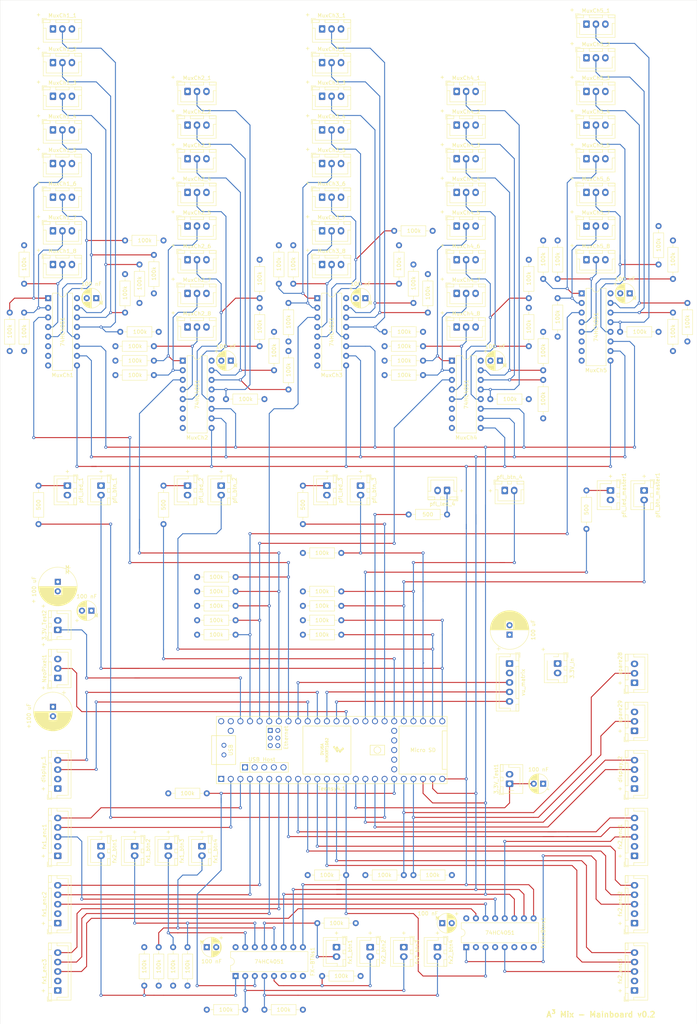
<source format=kicad_pcb>
(kicad_pcb (version 20211014) (generator pcbnew)
  (title_block (title "A³ Mix - Mainboard") (date "2021-08-04") (rev "v0.2") (company "A3 Audio UG (haftungsbeschränkt)"))
  (layers (0 "F.Cu" signal) (1 "In1.Cu" power) (2 "In2.Cu" power) (31 "B.Cu" signal) (34 "B.Paste" user) (35 "F.Paste" user) (36 "B.SilkS" user "B.Silkscreen") (37 "F.SilkS" user "F.Silkscreen") (38 "B.Mask" user) (39 "F.Mask" user) (44 "Edge.Cuts" user))
  (net 0 "")
  (net 1 "Net-(FX-BTNs1-Pad1)")
  (net 2 "s2")
  (net 3 "Net-(FX-BTNs1-Pad2)")
  (net 4 "s1")
  (net 5 "mux_selBtn_fx")
  (net 6 "s0")
  (net 7 "Net-(FX-BTNs1-Pad4)")
  (net 8 "Net-(FX-BTNs1-Pad12)")
  (net 9 "Net-(FX-BTNs1-Pad5)")
  (net 10 "Net-(FX-BTNs1-Pad13)")
  (net 11 "GND")
  (net 12 "Net-(FX-BTNs1-Pad14)")
  (net 13 "Net-(FX-BTNs1-Pad15)")
  (net 14 "+3V3")
  (net 15 "Net-(fxEncBtns1-Pad4)")
  (net 16 "mux_encBtn_fx")
  (net 17 "Net-(fxEncBtns1-Pad2)")
  (net 18 "vu_clk")
  (net 19 "vu_cs")
  (net 20 "vu_din")
  (net 21 "display_sda2")
  (net 22 "display_scl2")
  (net 23 "display_scl1")
  (net 24 "display_sda1")
  (net 25 "neopixel")
  (net 26 "pfl_led_master")
  (net 27 "pfl_led_ch4")
  (net 28 "pfl_led_ch3")
  (net 29 "pfl_led_ch2")
  (net 30 "pfl_led_ch1")
  (net 31 "pfl_btn_master")
  (net 32 "pfl_btn_ch4")
  (net 33 "pfl_btn_ch3")
  (net 34 "pfl_btn_ch2")
  (net 35 "pfl_btn_ch1")
  (net 36 "rEnc0_DT")
  (net 37 "rEnc0_clk")
  (net 38 "rEnc1_DT")
  (net 39 "rEnc1_clk")
  (net 40 "rEnc2_clk")
  (net 41 "rEnc2_DT")
  (net 42 "rEnc3_DT")
  (net 43 "rEnc3_clk")
  (net 44 "rEnc4_clk")
  (net 45 "rEnc4_DT")
  (net 46 "rEnc5_DT")
  (net 47 "rEnc5_clk")
  (net 48 "pin28")
  (net 49 "pin29")
  (net 50 "mux_ch1")
  (net 51 "mux_ch2")
  (net 52 "mux_ch3")
  (net 53 "mux_ch4")
  (net 54 "mux_master")
  (net 55 "Net-(U5-Pad49)")
  (net 56 "Net-(U5-Pad59)")
  (net 57 "Net-(U5-Pad58)")
  (net 58 "Net-(U5-Pad57)")
  (net 59 "Net-(U5-Pad56)")
  (net 60 "Net-(U5-Pad55)")
  (net 61 "Net-(U5-Pad48)")
  (net 62 "Net-(U5-Pad60)")
  (net 63 "Net-(U5-Pad65)")
  (net 64 "Net-(U5-Pad61)")
  (net 65 "Net-(U5-Pad64)")
  (net 66 "Net-(U5-Pad63)")
  (net 67 "Net-(U5-Pad62)")
  (net 68 "Net-(U5-Pad50)")
  (net 69 "Net-(U5-Pad51)")
  (net 70 "Net-(U5-Pad52)")
  (net 71 "Net-(U5-Pad53)")
  (net 72 "Net-(U5-Pad54)")
  (net 73 "Net-(U5-Pad67)")
  (net 74 "Net-(U5-Pad66)")
  (net 75 "Net-(fx1_enc1-Pad3)")
  (net 76 "Net-(fx1_enc2-Pad3)")
  (net 77 "Net-(fx1_enc3-Pad3)")
  (net 78 "Net-(fx2_enc1-Pad3)")
  (net 79 "Net-(fx2_enc2-Pad3)")
  (net 80 "Net-(fx2_enc3-Pad3)")
  (net 81 "Net-(MuxCh1-Pad1)")
  (net 82 "Net-(MuxCh1-Pad2)")
  (net 83 "Net-(MuxCh1-Pad4)")
  (net 84 "Net-(MuxCh1-Pad12)")
  (net 85 "Net-(MuxCh1-Pad5)")
  (net 86 "Net-(MuxCh1-Pad13)")
  (net 87 "Net-(MuxCh1-Pad14)")
  (net 88 "Net-(MuxCh1-Pad15)")
  (net 89 "Net-(MuxCh1_11-Pad2)")
  (net 90 "Net-(MuxCh1_10-Pad2)")
  (net 91 "Net-(MuxCh1_9-Pad2)")
  (net 92 "Net-(MuxCh1_14-Pad2)")
  (net 93 "Net-(MuxCh1_12-Pad2)")
  (net 94 "Net-(MuxCh1_16-Pad2)")
  (net 95 "Net-(MuxCh1_15-Pad2)")
  (net 96 "Net-(MuxCh1_13-Pad2)")
  (net 97 "Net-(MuxCh1_19-Pad2)")
  (net 98 "Net-(MuxCh1_18-Pad2)")
  (net 99 "Net-(MuxCh1_17-Pad2)")
  (net 100 "Net-(MuxCh1_22-Pad2)")
  (net 101 "Net-(MuxCh1_20-Pad2)")
  (net 102 "Net-(MuxCh1_24-Pad2)")
  (net 103 "Net-(MuxCh1_23-Pad2)")
  (net 104 "Net-(MuxCh1_21-Pad2)")
  (net 105 "Net-(MuxCh1_29-Pad2)")
  (net 106 "Net-(MuxCh1_31-Pad2)")
  (net 107 "Net-(MuxCh1_32-Pad2)")
  (net 108 "Net-(MuxCh1_28-Pad2)")
  (net 109 "Net-(MuxCh1_30-Pad2)")
  (net 110 "Net-(MuxCh1_25-Pad2)")
  (net 111 "Net-(MuxCh1_26-Pad2)")
  (net 112 "Net-(MuxCh1_27-Pad2)")
  (net 113 "Net-(MuxCh1_37-Pad2)")
  (net 114 "Net-(MuxCh1_39-Pad2)")
  (net 115 "Net-(MuxCh1_40-Pad2)")
  (net 116 "Net-(MuxCh1_36-Pad2)")
  (net 117 "Net-(MuxCh1_38-Pad2)")
  (net 118 "Net-(MuxCh1_33-Pad2)")
  (net 119 "Net-(MuxCh1_34-Pad2)")
  (net 120 "Net-(MuxCh1_35-Pad2)")
  (net 121 "Net-(R18-Pad1)")
  (net 122 "Net-(R30-Pad2)")
  (net 123 "Net-(R31-Pad2)")
  (net 124 "Net-(R32-Pad2)")
  (net 125 "Net-(R33-Pad2)")
  (net 126 "Net-(3.3V_Test1-Pad1)")
  (net 127 "Net-(3.3V_Test2-Pad1)")
  (footprint "Connector_JST:JST_XH_B4B-XH-A_1x04_P2.50mm_Vertical" (layer "F.Cu") (at 27.94 220.98 90)
    (fp_text reference "display_1")
    (fp_text value "Conn_01x04" hide)
  )
  (footprint "Connector_JST:JST_XH_B4B-XH-A_1x04_P2.50mm_Vertical" (layer "F.Cu") (at 180.34 220.98 90)
    (fp_text reference "display_2")
    (fp_text value "Conn_01x04" hide)
  )
  (footprint "Package_DIP:DIP-16_W7.62mm" (layer "F.Cu") (at 74.93 270.51 90)
    (fp_text reference "FX-BTNs1")
    (fp_text value "74HC4051")
  )
  (footprint "Connector_JST:JST_XH_B2B-XH-A_1x02_P2.50mm_Vertical" (layer "F.Cu") (at 101.6 262.89 -90)
    (fp_text reference "fx1_btn1")
    (fp_text value "Conn_01x02" hide)
  )
  (footprint "Connector_JST:JST_XH_B2B-XH-A_1x02_P2.50mm_Vertical" (layer "F.Cu") (at 48.26 236.22 -90)
    (fp_text reference "fx1_btn2")
    (fp_text value "Conn_01x02" hide)
  )
  (footprint "Connector_JST:JST_XH_B2B-XH-A_1x02_P2.50mm_Vertical" (layer "F.Cu") (at 57.15 236.22 -90)
    (fp_text reference "fx1_btn3")
    (fp_text value "Conn_01x02" hide)
  )
  (footprint "Connector_JST:JST_XH_B2B-XH-A_1x02_P2.50mm_Vertical" (layer "F.Cu") (at 66.04 236.22 -90)
    (fp_text reference "fx1_btn4")
    (fp_text value "Conn_01x02" hide)
  )
  (footprint "Connector_JST:JST_XH_B5B-XH-A_1x05_P2.50mm_Vertical" (layer "F.Cu") (at 27.94 238.76 90)
    (fp_text reference "fx1_enc1")
    (fp_text value "Conn_01x05" hide)
  )
  (footprint "Connector_JST:JST_XH_B5B-XH-A_1x05_P2.50mm_Vertical" (layer "F.Cu") (at 27.94 256.54 90)
    (fp_text reference "fx1_enc2")
    (fp_text value "Conn_01x05" hide)
  )
  (footprint "Connector_JST:JST_XH_B5B-XH-A_1x05_P2.50mm_Vertical" (layer "F.Cu") (at 27.94 274.32 90)
    (fp_text reference "fx1_enc3")
    (fp_text value "Conn_01x05" hide)
  )
  (footprint "Connector_JST:JST_XH_B2B-XH-A_1x02_P2.50mm_Vertical" (layer "F.Cu") (at 39.37 236.22 -90)
    (fp_text reference "fx2_btn1")
    (fp_text value "Conn_01x02" hide)
  )
  (footprint "Connector_JST:JST_XH_B2B-XH-A_1x02_P2.50mm_Vertical" (layer "F.Cu") (at 110.49 262.89 -90)
    (fp_text reference "fx2_btn2")
    (fp_text value "Conn_01x02" hide)
  )
  (footprint "Connector_JST:JST_XH_B2B-XH-A_1x02_P2.50mm_Vertical" (layer "F.Cu") (at 119.38 262.89 -90)
    (fp_text reference "fx2_btn3")
    (fp_text value "Conn_01x02" hide)
  )
  (footprint "Connector_JST:JST_XH_B2B-XH-A_1x02_P2.50mm_Vertical" (layer "F.Cu") (at 128.27 262.89 -90)
    (fp_text reference "fx2_btn4")
    (fp_text value "Conn_01x02" hide)
  )
  (footprint "Connector_JST:JST_XH_B5B-XH-A_1x05_P2.50mm_Vertical" (layer "F.Cu") (at 180.34 238.76 90)
    (fp_text reference "fx2_enc1")
    (fp_text value "Conn_01x05" hide)
  )
  (footprint "Connector_JST:JST_XH_B5B-XH-A_1x05_P2.50mm_Vertical" (layer "F.Cu") (at 180.34 256.54 90)
    (fp_text reference "fx2_enc2")
    (fp_text value "Conn_01x05" hide)
  )
  (footprint "Connector_JST:JST_XH_B5B-XH-A_1x05_P2.50mm_Vertical" (layer "F.Cu") (at 180.34 274.32 90)
    (fp_text reference "fx2_enc3")
    (fp_text value "Conn_01x05" hide)
  )
  (footprint "Package_DIP:DIP-16_W7.62mm" (layer "F.Cu") (at 135.89 262.89 90)
    (fp_text reference "fxEncBtns1")
    (fp_text value "74HC4051")
  )
  (footprint "Package_DIP:DIP-16_W7.62mm" (layer "F.Cu") (at 25.4 91.44)
    (fp_text reference "MuxCh1")
    (fp_text value "74HC4051")
  )
  (footprint "Connector_JST:JST_XH_B3B-XH-A_1x03_P2.50mm_Vertical" (layer "F.Cu") (at 26.67 20.32)
    (fp_text reference "MuxCh1_1")
    (fp_text value "Conn_01x03" hide)
  )
  (footprint "Connector_JST:JST_XH_B3B-XH-A_1x03_P2.50mm_Vertical" (layer "F.Cu") (at 26.67 29.21)
    (fp_text reference "MuxCh1_2")
    (fp_text value "Conn_01x03" hide)
  )
  (footprint "Connector_JST:JST_XH_B3B-XH-A_1x03_P2.50mm_Vertical" (layer "F.Cu") (at 26.67 38.1)
    (fp_text reference "MuxCh1_3")
    (fp_text value "Conn_01x03" hide)
  )
  (footprint "Connector_JST:JST_XH_B3B-XH-A_1x03_P2.50mm_Vertical" (layer "F.Cu") (at 26.67 46.99)
    (fp_text reference "MuxCh1_4")
    (fp_text value "Conn_01x03" hide)
  )
  (footprint "Connector_JST:JST_XH_B3B-XH-A_1x03_P2.50mm_Vertical" (layer "F.Cu") (at 26.67 55.88)
    (fp_text reference "MuxCh1_5")
    (fp_text value "Conn_01x03" hide)
  )
  (footprint "Connector_JST:JST_XH_B3B-XH-A_1x03_P2.50mm_Vertical" (layer "F.Cu") (at 26.67 64.77)
    (fp_text reference "MuxCh1_6")
    (fp_text value "Conn_01x03" hide)
  )
  (footprint "Connector_JST:JST_XH_B3B-XH-A_1x03_P2.50mm_Vertical" (layer "F.Cu") (at 26.67 73.66)
    (fp_text reference "MuxCh1_7")
    (fp_text value "Conn_01x03" hide)
  )
  (footprint "Connector_JST:JST_XH_B3B-XH-A_1x03_P2.50mm_Vertical" (layer "F.Cu") (at 26.67 82.55)
    (fp_text reference "MuxCh1_8")
    (fp_text value "Conn_01x03" hide)
  )
  (footprint "Connector_JST:JST_XH_B3B-XH-A_1x03_P2.50mm_Vertical" (layer "F.Cu") (at 27.94 191.77 90)
    (fp_text reference "NeoPixel1")
    (fp_text value "Conn_01x03" hide)
  )
  (footprint "Connector_JST:JST_XH_B2B-XH-A_1x02_P2.50mm_Vertical" (layer "F.Cu") (at 39.37 140.97 -90)
    (fp_text reference "pfl_btn_1")
    (fp_text value "Conn_01x02" hide)
  )
  (footprint "Connector_JST:JST_XH_B2B-XH-A_1x02_P2.50mm_Vertical" (layer "F.Cu") (at 71.12 140.97 -90)
    (fp_text reference "pfl_btn_2")
    (fp_text value "Conn_01x02" hide)
  )
  (footprint "Connector_JST:JST_XH_B2B-XH-A_1x02_P2.50mm_Vertical" (layer "F.Cu") (at 107.95 140.97 -90)
    (fp_text reference "pfl_btn_3")
    (fp_text value "Conn_01x02" hide)
  )
  (footprint "Connector_JST:JST_XH_B2B-XH-A_1x02_P2.50mm_Vertical" (layer "F.Cu") (at 146.05 142.24)
    (fp_text reference "pfl_btn_4")
    (fp_text value "Conn_01x02" hide)
  )
  (footprint "Connector_JST:JST_XH_B2B-XH-A_1x02_P2.50mm_Vertical" (layer "F.Cu") (at 182.88 142.24 -90)
    (fp_text reference "pfl_btn_master1")
    (fp_text value "Conn_01x02" hide)
  )
  (footprint "Connector_JST:JST_XH_B2B-XH-A_1x02_P2.50mm_Vertical" (layer "F.Cu") (at 30.48 140.97 -90)
    (fp_text reference "pfl_led_1")
    (fp_text value "Conn_01x02" hide)
  )
  (footprint "Connector_JST:JST_XH_B2B-XH-A_1x02_P2.50mm_Vertical" (layer "F.Cu") (at 62.23 140.97 -90)
    (fp_text reference "pfl_led_2")
    (fp_text value "Conn_01x02" hide)
  )
  (footprint "Connector_JST:JST_XH_B2B-XH-A_1x02_P2.50mm_Vertical" (layer "F.Cu") (at 99.06 140.97 -90)
    (fp_text reference "pfl_led_3")
    (fp_text value "Conn_01x02" hide)
  )
  (footprint "Connector_JST:JST_XH_B2B-XH-A_1x02_P2.50mm_Vertical" (layer "F.Cu") (at 130.81 142.24 180)
    (fp_text reference "pfl_led_4")
    (fp_text value "Conn_01x02" hide)
  )
  (footprint "Connector_JST:JST_XH_B2B-XH-A_1x02_P2.50mm_Vertical" (layer "F.Cu") (at 173.99 142.24 -90)
    (fp_text reference "pfl_led_master1")
    (fp_text value "Conn_01x02" hide)
  )
  (footprint "Connector_JST:JST_XH_B3B-XH-A_1x03_P2.50mm_Vertical" (layer "F.Cu") (at 180.34 193.04 90)
    (fp_text reference "spare28")
    (fp_text value "Conn_01x03" hide)
  )
  (footprint "Connector_JST:JST_XH_B3B-XH-A_1x03_P2.50mm_Vertical" (layer "F.Cu") (at 180.34 205.74 90)
    (fp_text reference "spare29")
    (fp_text value "Conn_01x03" hide)
  )
  (footprint "teensy:Teensy41" (layer "F.Cu") (at 100.33 210.82)
    (fp_text reference "U5" hide)
    (fp_text value "Teensy4.1")
  )
  (footprint "Connector_JST:JST_XH_B5B-XH-A_1x05_P2.50mm_Vertical" (layer "F.Cu") (at 147.32 187.96 -90)
    (fp_text reference "vu_matrix")
    (fp_text value "MAX7219 led matrix vu" hide)
  )
  (footprint "Capacitor_THT:CP_Radial_D10.0mm_P2.50mm" (layer "F.Cu") (at 26.67 199.39 -90)
    (fp_text reference "C1" hide)
    (fp_text value "100 uF        ")
  )
  (footprint "Package_DIP:DIP-16_W7.62mm" (layer "F.Cu") (at 60.96 107.95)
    (fp_text reference "MuxCh2")
    (fp_text value "74HC4051")
  )
  (footprint "Package_DIP:DIP-16_W7.62mm" (layer "F.Cu") (at 96.52 91.44)
    (fp_text reference "MuxCh3")
    (fp_text value "74HC4051")
  )
  (footprint "Package_DIP:DIP-16_W7.62mm" (layer "F.Cu") (at 132.08 107.95)
    (fp_text reference "MuxCh4")
    (fp_text value "74HC4051")
  )
  (footprint "Package_DIP:DIP-16_W7.62mm" (layer "F.Cu") (at 166.37 90.17)
    (fp_text reference "MuxCh5")
    (fp_text value "74HC4051")
  )
  (footprint "Connector_JST:JST_XH_B3B-XH-A_1x03_P2.50mm_Vertical" (layer "F.Cu") (at 62.23 36.83)
    (fp_text reference "MuxCh2_1")
    (fp_text value "Conn_01x03" hide)
  )
  (footprint "Connector_JST:JST_XH_B3B-XH-A_1x03_P2.50mm_Vertical" (layer "F.Cu") (at 62.23 45.72)
    (fp_text reference "MuxCh2_2")
    (fp_text value "Conn_01x03" hide)
  )
  (footprint "Connector_JST:JST_XH_B3B-XH-A_1x03_P2.50mm_Vertical" (layer "F.Cu") (at 62.23 54.61)
    (fp_text reference "MuxCh2_3")
    (fp_text value "Conn_01x03" hide)
  )
  (footprint "Connector_JST:JST_XH_B3B-XH-A_1x03_P2.50mm_Vertical" (layer "F.Cu") (at 62.23 63.5)
    (fp_text reference "MuxCh2_4")
    (fp_text value "Conn_01x03" hide)
  )
  (footprint "Connector_JST:JST_XH_B3B-XH-A_1x03_P2.50mm_Vertical" (layer "F.Cu") (at 62.23 72.39)
    (fp_text reference "MuxCh2_5")
    (fp_text value "Conn_01x03" hide)
  )
  (footprint "Connector_JST:JST_XH_B3B-XH-A_1x03_P2.50mm_Vertical" (layer "F.Cu") (at 62.23 81.28)
    (fp_text reference "MuxCh2_6")
    (fp_text value "Conn_01x03" hide)
  )
  (footprint "Connector_JST:JST_XH_B3B-XH-A_1x03_P2.50mm_Vertical" (layer "F.Cu") (at 62.23 90.17)
    (fp_text reference "MuxCh2_7")
    (fp_text value "Conn_01x03" hide)
  )
  (footprint "Connector_JST:JST_XH_B3B-XH-A_1x03_P2.50mm_Vertical" (layer "F.Cu") (at 62.23 99.06)
    (fp_text reference "MuxCh2_8")
    (fp_text value "Conn_01x03" hide)
  )
  (footprint "Connector_JST:JST_XH_B3B-XH-A_1x03_P2.50mm_Vertical" (layer "F.Cu") (at 97.79 20.32)
    (fp_text reference "MuxCh3_1")
    (fp_text value "Conn_01x03" hide)
  )
  (footprint "Connector_JST:JST_XH_B3B-XH-A_1x03_P2.50mm_Vertical" (layer "F.Cu") (at 97.79 29.21)
    (fp_text reference "MuxCh3_2")
    (fp_text value "Conn_01x03" hide)
  )
  (footprint "Connector_JST:JST_XH_B3B-XH-A_1x03_P2.50mm_Vertical" (layer "F.Cu") (at 97.79 38.1)
    (fp_text reference "MuxCh3_3")
    (fp_text value "Conn_01x03" hide)
  )
  (footprint "Connector_JST:JST_XH_B3B-XH-A_1x03_P2.50mm_Vertical" (layer "F.Cu") (at 97.79 46.99)
    (fp_text reference "MuxCh3_4")
    (fp_text value "Conn_01x03" hide)
  )
  (footprint "Connector_JST:JST_XH_B3B-XH-A_1x03_P2.50mm_Vertical" (layer "F.Cu") (at 97.79 55.88)
    (fp_text reference "MuxCh3_5")
    (fp_text value "Conn_01x03" hide)
  )
  (footprint "Connector_JST:JST_XH_B3B-XH-A_1x03_P2.50mm_Vertical" (layer "F.Cu") (at 97.79 64.77)
    (fp_text reference "MuxCh3_6")
    (fp_text value "Conn_01x03" hide)
  )
  (footprint "Connector_JST:JST_XH_B3B-XH-A_1x03_P2.50mm_Vertical" (layer "F.Cu") (at 97.79 73.66)
    (fp_text reference "MuxCh3_7")
    (fp_text value "Conn_01x03" hide)
  )
  (footprint "Connector_JST:JST_XH_B3B-XH-A_1x03_P2.50mm_Vertical" (layer "F.Cu") (at 97.79 82.55)
    (fp_text reference "MuxCh3_8")
    (fp_text value "Conn_01x03" hide)
  )
  (footprint "Connector_JST:JST_XH_B3B-XH-A_1x03_P2.50mm_Vertical" (layer "F.Cu") (at 133.35 36.83)
    (fp_text reference "MuxCh4_1")
    (fp_text value "Conn_01x03" hide)
  )
  (footprint "Connector_JST:JST_XH_B3B-XH-A_1x03_P2.50mm_Vertical" (layer "F.Cu") (at 133.35 45.72)
    (fp_text reference "MuxCh4_2")
    (fp_text value "Conn_01x03" hide)
  )
  (footprint "Connector_JST:JST_XH_B3B-XH-A_1x03_P2.50mm_Vertical" (layer "F.Cu") (at 133.35 54.61)
    (fp_text reference "MuxCh4_3")
    (fp_text value "Conn_01x03" hide)
  )
  (footprint "Connector_JST:JST_XH_B3B-XH-A_1x03_P2.50mm_Vertical" (layer "F.Cu") (at 133.35 63.5)
    (fp_text reference "MuxCh4_4")
    (fp_text value "Conn_01x03" hide)
  )
  (footprint "Connector_JST:JST_XH_B3B-XH-A_1x03_P2.50mm_Vertical" (layer "F.Cu") (at 133.35 72.39)
    (fp_text reference "MuxCh4_5")
    (fp_text value "Conn_01x03" hide)
  )
  (footprint "Connector_JST:JST_XH_B3B-XH-A_1x03_P2.50mm_Vertical" (layer "F.Cu") (at 133.35 81.28)
    (fp_text reference "MuxCh4_6")
    (fp_text value "Conn_01x03" hide)
  )
  (footprint "Connector_JST:JST_XH_B3B-XH-A_1x03_P2.50mm_Vertical" (layer "F.Cu") (at 133.35 90.17)
    (fp_text reference "MuxCh4_7")
    (fp_text value "Conn_01x03" hide)
  )
  (footprint "Connector_JST:JST_XH_B3B-XH-A_1x03_P2.50mm_Vertical" (layer "F.Cu") (at 133.35 99.06)
    (fp_text reference "MuxCh4_8")
    (fp_text value "Conn_01x03" hide)
  )
  (footprint "Connector_JST:JST_XH_B3B-XH-A_1x03_P2.50mm_Vertical" (layer "F.Cu") (at 167.64 19.05)
    (fp_text reference "MuxCh5_1")
    (fp_text value "Conn_01x03" hide)
  )
  (footprint "Connector_JST:JST_XH_B3B-XH-A_1x03_P2.50mm_Vertical" (layer "F.Cu") (at 167.64 27.94)
    (fp_text reference "MuxCh5_2")
    (fp_text value "Conn_01x03" hide)
  )
  (footprint "Connector_JST:JST_XH_B3B-XH-A_1x03_P2.50mm_Vertical" (layer "F.Cu") (at 167.64 36.83)
    (fp_text reference "MuxCh5_3")
    (fp_text value "Conn_01x03" hide)
  )
  (footprint "Connector_JST:JST_XH_B3B-XH-A_1x03_P2.50mm_Vertical" (layer "F.Cu") (at 167.64 45.72)
    (fp_text reference "MuxCh5_4")
    (fp_text value "Conn_01x03" hide)
  )
  (footprint "Connector_JST:JST_XH_B3B-XH-A_1x03_P2.50mm_Vertical" (layer "F.Cu") (at 167.64 54.61)
    (fp_text reference "MuxCh5_5")
    (fp_text value "Conn_01x03" hide)
  )
  (footprint "Connector_JST:JST_XH_B3B-XH-A_1x03_P2.50mm_Vertical" (layer "F.Cu") (at 167.64 63.5)
    (fp_text reference "MuxCh5_6")
    (fp_text value "Conn_01x03" hide)
  )
  (footprint "Connector_JST:JST_XH_B3B-XH-A_1x03_P2.50mm_Vertical" (layer "F.Cu") (at 167.64 72.39)
    (fp_text reference "MuxCh5_7")
    (fp_text value "Conn_01x03" hide)
  )
  (footprint "Connector_JST:JST_XH_B3B-XH-A_1x03_P2.50mm_Vertical" (layer "F.Cu") (at 167.64 81.28)
    (fp_text reference "MuxCh5_8")
    (fp_text value "Conn_01x03" hide)
  )
  (footprint "Resistor_THT:R_Axial_DIN0207_L6.3mm_D2.5mm_P10.16mm_Horizontal" (layer "F.Cu") (at 96.52 256.54)
    (fp_text reference "R1" hide)
    (fp_text value "100k")
  )
  (footprint "Resistor_THT:R_Axial_DIN0207_L6.3mm_D2.5mm_P10.16mm_Horizontal" (layer "F.Cu") (at 62.23 262.89 -90)
    (fp_text reference "R2" hide)
    (fp_text value "100k")
  )
  (footprint "Resistor_THT:R_Axial_DIN0207_L6.3mm_D2.5mm_P10.16mm_Horizontal" (layer "F.Cu") (at 58.42 262.89 -90)
    (fp_text reference "R3" hide)
    (fp_text value "100k")
  )
  (footprint "Resistor_THT:R_Axial_DIN0207_L6.3mm_D2.5mm_P10.16mm_Horizontal" (layer "F.Cu") (at 54.61 262.89 -90)
    (fp_text reference "R4" hide)
    (fp_text value "100k")
  )
  (footprint "Resistor_THT:R_Axial_DIN0207_L6.3mm_D2.5mm_P10.16mm_Horizontal" (layer "F.Cu") (at 50.8 273.05 90)
    (fp_text reference "R5" hide)
    (fp_text value "100k")
  )
  (footprint "Resistor_THT:R_Axial_DIN0207_L6.3mm_D2.5mm_P10.16mm_Horizontal" (layer "F.Cu") (at 97.79 270.51)
    (fp_text reference "R6" hide)
    (fp_text value "100k")
  )
  (footprint "Resistor_THT:R_Axial_DIN0207_L6.3mm_D2.5mm_P10.16mm_Horizontal" (layer "F.Cu") (at 77.47 279.4 180)
    (fp_text reference "R7" hide)
    (fp_text value "100k")
  )
  (footprint "Resistor_THT:R_Axial_DIN0207_L6.3mm_D2.5mm_P10.16mm_Horizontal" (layer "F.Cu") (at 82.55 279.4)
    (fp_text reference "R8" hide)
    (fp_text value "100k")
  )
  (footprint "Resistor_THT:R_Axial_DIN0207_L6.3mm_D2.5mm_P10.16mm_Horizontal" (layer "F.Cu") (at 44.45 100.33)
    (fp_text reference "R9" hide)
    (fp_text value "100k   ")
  )
  (footprint "Resistor_THT:R_Axial_DIN0207_L6.3mm_D2.5mm_P10.16mm_Horizontal" (layer "F.Cu") (at 45.72 95.25 90)
    (fp_text reference "R10" hide)
    (fp_text value "100k   ")
  )
  (footprint "Resistor_THT:R_Axial_DIN0207_L6.3mm_D2.5mm_P10.16mm_Horizontal" (layer "F.Cu") (at 49.53 82.55 -90)
    (fp_text reference "R11" hide)
    (fp_text value "100k   ")
  )
  (footprint "Resistor_THT:R_Axial_DIN0207_L6.3mm_D2.5mm_P10.16mm_Horizontal" (layer "F.Cu") (at 53.34 80.01 -90)
    (fp_text reference "R12" hide)
    (fp_text value "100k   ")
  )
  (footprint "Resistor_THT:R_Axial_DIN0207_L6.3mm_D2.5mm_P10.16mm_Horizontal" (layer "F.Cu") (at 15.24 95.25 -90)
    (fp_text reference "R13" hide)
    (fp_text value "100k   ")
  )
  (footprint "Resistor_THT:R_Axial_DIN0207_L6.3mm_D2.5mm_P10.16mm_Horizontal" (layer "F.Cu") (at 45.72 76.2)
    (fp_text reference "R14" hide)
    (fp_text value "100k   ")
  )
  (footprint "Resistor_THT:R_Axial_DIN0207_L6.3mm_D2.5mm_P10.16mm_Horizontal" (layer "F.Cu") (at 19.05 95.25 -90)
    (fp_text reference "R15" hide)
    (fp_text value "100k   ")
  )
  (footprint "Resistor_THT:R_Axial_DIN0207_L6.3mm_D2.5mm_P10.16mm_Horizontal" (layer "F.Cu") (at 19.05 87.63 90)
    (fp_text reference "R16" hide)
    (fp_text value "100k   ")
  )
  (footprint "Resistor_THT:R_Axial_DIN0207_L6.3mm_D2.5mm_P10.16mm_Horizontal" (layer "F.Cu") (at 104.14 243.84 180)
    (fp_text reference "R17" hide)
    (fp_text value "100k")
  )
  (footprint "Resistor_THT:R_Axial_DIN0207_L6.3mm_D2.5mm_P10.16mm_Horizontal" (layer "F.Cu") (at 22.86 151.13 90)
    (fp_text reference "R18" hide)
    (fp_text value "500")
  )
  (footprint "Resistor_THT:R_Axial_DIN0207_L6.3mm_D2.5mm_P10.16mm_Horizontal" (layer "F.Cu") (at 67.31 222.25 180)
    (fp_text reference "R19" hide)
    (fp_text value "100k")
  )
  (footprint "Resistor_THT:R_Axial_DIN0207_L6.3mm_D2.5mm_P10.16mm_Horizontal" (layer "F.Cu") (at 119.38 243.84 180)
    (fp_text reference "R20" hide)
    (fp_text value "100k")
  )
  (footprint "Resistor_THT:R_Axial_DIN0207_L6.3mm_D2.5mm_P10.16mm_Horizontal" (layer "F.Cu") (at 121.92 243.84)
    (fp_text reference "R21" hide)
    (fp_text value "100k")
  )
  (footprint "Resistor_THT:R_Axial_DIN0207_L6.3mm_D2.5mm_P10.16mm_Horizontal" (layer "F.Cu") (at 72.39 118.11)
    (fp_text reference "R22" hide)
    (fp_text value "100k   ")
  )
  (footprint "Resistor_THT:R_Axial_DIN0207_L6.3mm_D2.5mm_P10.16mm_Horizontal" (layer "F.Cu") (at 88.9 115.57 90)
    (fp_text reference "R23" hide)
    (fp_text value "100k   ")
  )
  (footprint "Resistor_THT:R_Axial_DIN0207_L6.3mm_D2.5mm_P10.16mm_Horizontal" (layer "F.Cu") (at 85.09 110.49 90)
    (fp_text reference "R24" hide)
    (fp_text value "100k   ")
  )
  (footprint "Resistor_THT:R_Axial_DIN0207_L6.3mm_D2.5mm_P10.16mm_Horizontal" (layer "F.Cu") (at 81.28 104.14 90)
    (fp_text reference "R25" hide)
    (fp_text value "100k   ")
  )
  (footprint "Resistor_THT:R_Axial_DIN0207_L6.3mm_D2.5mm_P10.16mm_Horizontal" (layer "F.Cu") (at 53.34 107.95 180)
    (fp_text reference "R26" hide)
    (fp_text value "100k   ")
  )
  (footprint "Resistor_THT:R_Axial_DIN0207_L6.3mm_D2.5mm_P10.16mm_Horizontal" (layer "F.Cu") (at 81.28 91.44 90)
    (fp_text reference "R27" hide)
    (fp_text value "100k   ")
  )
  (footprint "Resistor_THT:R_Axial_DIN0207_L6.3mm_D2.5mm_P10.16mm_Horizontal" (layer "F.Cu") (at 53.34 111.76 180)
    (fp_text reference "R28" hide)
    (fp_text value "100k   ")
  )
  (footprint "Resistor_THT:R_Axial_DIN0207_L6.3mm_D2.5mm_P10.16mm_Horizontal" (layer "F.Cu") (at 53.34 104.14 180)
    (fp_text reference "R29" hide)
    (fp_text value "100k   ")
  )
  (footprint "Resistor_THT:R_Axial_DIN0207_L6.3mm_D2.5mm_P10.16mm_Horizontal" (layer "F.Cu") (at 167.64 142.24 -90)
    (fp_text reference "R30" hide)
    (fp_text value "500")
  )
  (footprint "Resistor_THT:R_Axial_DIN0207_L6.3mm_D2.5mm_P10.16mm_Horizontal" (layer "F.Cu") (at 130.81 148.59 180)
    (fp_text reference "R31" hide)
    (fp_text value "500")
  )
  (footprint "Resistor_THT:R_Axial_DIN0207_L6.3mm_D2.5mm_P10.16mm_Horizontal" (layer "F.Cu") (at 92.71 140.97 -90)
    (fp_text reference "R32" hide)
    (fp_text value "500")
  )
  (footprint "Resistor_THT:R_Axial_DIN0207_L6.3mm_D2.5mm_P10.16mm_Horizontal" (layer "F.Cu") (at 55.88 140.97 -90)
    (fp_text reference "R33" hide)
    (fp_text value "500")
  )
  (footprint "Resistor_THT:R_Axial_DIN0207_L6.3mm_D2.5mm_P10.16mm_Horizontal" (layer "F.Cu") (at 74.93 180.34 180)
    (fp_text reference "R34" hide)
    (fp_text value "100k")
  )
  (footprint "Resistor_THT:R_Axial_DIN0207_L6.3mm_D2.5mm_P10.16mm_Horizontal" (layer "F.Cu") (at 74.93 176.53 180)
    (fp_text reference "R35" hide)
    (fp_text value "100k")
  )
  (footprint "Resistor_THT:R_Axial_DIN0207_L6.3mm_D2.5mm_P10.16mm_Horizontal" (layer "F.Cu") (at 74.93 172.72 180)
    (fp_text reference "R36" hide)
    (fp_text value "100k")
  )
  (footprint "Resistor_THT:R_Axial_DIN0207_L6.3mm_D2.5mm_P10.16mm_Horizontal" (layer "F.Cu") (at 74.93 168.91 180)
    (fp_text reference "R37" hide)
    (fp_text value "100k")
  )
  (footprint "Resistor_THT:R_Axial_DIN0207_L6.3mm_D2.5mm_P10.16mm_Horizontal" (layer "F.Cu") (at 74.93 165.1 180)
    (fp_text reference "R38" hide)
    (fp_text value "100k")
  )
  (footprint "Resistor_THT:R_Axial_DIN0207_L6.3mm_D2.5mm_P10.16mm_Horizontal" (layer "F.Cu") (at 102.87 172.72 180)
    (fp_text reference "R39" hide)
    (fp_text value "100k")
  )
  (footprint "Resistor_THT:R_Axial_DIN0207_L6.3mm_D2.5mm_P10.16mm_Horizontal" (layer "F.Cu") (at 102.87 168.91 180)
    (fp_text reference "R40" hide)
    (fp_text value "100k")
  )
  (footprint "Resistor_THT:R_Axial_DIN0207_L6.3mm_D2.5mm_P10.16mm_Horizontal" (layer "F.Cu") (at 102.87 158.75 180)
    (fp_text reference "R41" hide)
    (fp_text value "100k")
  )
  (footprint "Resistor_THT:R_Axial_DIN0207_L6.3mm_D2.5mm_P10.16mm_Horizontal" (layer "F.Cu") (at 102.87 180.34 180)
    (fp_text reference "R42" hide)
    (fp_text value "100k")
  )
  (footprint "Resistor_THT:R_Axial_DIN0207_L6.3mm_D2.5mm_P10.16mm_Horizontal" (layer "F.Cu") (at 102.87 176.53 180)
    (fp_text reference "R43" hide)
    (fp_text value "100k")
  )
  (footprint "Resistor_THT:R_Axial_DIN0207_L6.3mm_D2.5mm_P10.16mm_Horizontal" (layer "F.Cu") (at 114.3 100.33)
    (fp_text reference "R44" hide)
    (fp_text value "100k   ")
  )
  (footprint "Resistor_THT:R_Axial_DIN0207_L6.3mm_D2.5mm_P10.16mm_Horizontal" (layer "F.Cu") (at 125.73 95.25 90)
    (fp_text reference "R45" hide)
    (fp_text value "100k   ")
  )
  (footprint "Resistor_THT:R_Axial_DIN0207_L6.3mm_D2.5mm_P10.16mm_Horizontal" (layer "F.Cu") (at 121.92 92.71 90)
    (fp_text reference "R46" hide)
    (fp_text value "100k   ")
  )
  (footprint "Resistor_THT:R_Axial_DIN0207_L6.3mm_D2.5mm_P10.16mm_Horizontal" (layer "F.Cu") (at 118.11 87.63 90)
    (fp_text reference "R47" hide)
    (fp_text value "100k   ")
  )
  (footprint "Resistor_THT:R_Axial_DIN0207_L6.3mm_D2.5mm_P10.16mm_Horizontal" (layer "F.Cu") (at 86.36 87.63 90)
    (fp_text reference "R48" hide)
    (fp_text value "100k   ")
  )
  (footprint "Resistor_THT:R_Axial_DIN0207_L6.3mm_D2.5mm_P10.16mm_Horizontal" (layer "F.Cu") (at 116.84 73.66)
    (fp_text reference "R49" hide)
    (fp_text value "100k   ")
  )
  (footprint "Resistor_THT:R_Axial_DIN0207_L6.3mm_D2.5mm_P10.16mm_Horizontal" (layer "F.Cu") (at 88.9 92.71 -90)
    (fp_text reference "R50" hide)
    (fp_text value "100k   ")
  )
  (footprint "Resistor_THT:R_Axial_DIN0207_L6.3mm_D2.5mm_P10.16mm_Horizontal" (layer "F.Cu") (at 90.17 87.63 90)
    (fp_text reference "R51" hide)
    (fp_text value "100k   ")
  )
  (footprint "Resistor_THT:R_Axial_DIN0207_L6.3mm_D2.5mm_P10.16mm_Horizontal" (layer "F.Cu") (at 142.24 118.11)
    (fp_text reference "R52" hide)
    (fp_text value "100k   ")
  )
  (footprint "Resistor_THT:R_Axial_DIN0207_L6.3mm_D2.5mm_P10.16mm_Horizontal" (layer "F.Cu") (at 156.21 113.03 -90)
    (fp_text reference "R53" hide)
    (fp_text value "100k   ")
  )
  (footprint "Resistor_THT:R_Axial_DIN0207_L6.3mm_D2.5mm_P10.16mm_Horizontal" (layer "F.Cu") (at 156.21 110.49 90)
    (fp_text reference "R54" hide)
    (fp_text value "100k   ")
  )
  (footprint "Resistor_THT:R_Axial_DIN0207_L6.3mm_D2.5mm_P10.16mm_Horizontal" (layer "F.Cu") (at 152.4 104.14 90)
    (fp_text reference "R55" hide)
    (fp_text value "100k   ")
  )
  (footprint "Resistor_THT:R_Axial_DIN0207_L6.3mm_D2.5mm_P10.16mm_Horizontal" (layer "F.Cu") (at 124.46 107.95 180)
    (fp_text reference "R56" hide)
    (fp_text value "100k   ")
  )
  (footprint "Resistor_THT:R_Axial_DIN0207_L6.3mm_D2.5mm_P10.16mm_Horizontal" (layer "F.Cu") (at 152.4 91.44 90)
    (fp_text reference "R57" hide)
    (fp_text value "100k   ")
  )
  (footprint "Resistor_THT:R_Axial_DIN0207_L6.3mm_D2.5mm_P10.16mm_Horizontal" (layer "F.Cu") (at 124.46 111.76 180)
    (fp_text reference "R58" hide)
    (fp_text value "100k   ")
  )
  (footprint "Resistor_THT:R_Axial_DIN0207_L6.3mm_D2.5mm_P10.16mm_Horizontal" (layer "F.Cu") (at 124.46 104.14 180)
    (fp_text reference "R59" hide)
    (fp_text value "100k   ")
  )
  (footprint "Resistor_THT:R_Axial_DIN0207_L6.3mm_D2.5mm_P10.16mm_Horizontal" (layer "F.Cu") (at 176.53 100.33)
    (fp_text reference "R60" hide)
    (fp_text value "100k   ")
  )
  (footprint "Resistor_THT:R_Axial_DIN0207_L6.3mm_D2.5mm_P10.16mm_Horizontal" (layer "F.Cu") (at 190.5 95.25 -90)
    (fp_text reference "R61" hide)
    (fp_text value "100k   ")
  )
  (footprint "Resistor_THT:R_Axial_DIN0207_L6.3mm_D2.5mm_P10.16mm_Horizontal" (layer "F.Cu") (at 194.31 92.71 -90)
    (fp_text reference "R62" hide)
    (fp_text value "100k   ")
  )
  (footprint "Resistor_THT:R_Axial_DIN0207_L6.3mm_D2.5mm_P10.16mm_Horizontal" (layer "F.Cu") (at 190.5 86.36 90)
    (fp_text reference "R63" hide)
    (fp_text value "100k   ")
  )
  (footprint "Resistor_THT:R_Axial_DIN0207_L6.3mm_D2.5mm_P10.16mm_Horizontal" (layer "F.Cu") (at 156.21 86.36 90)
    (fp_text reference "R64" hide)
    (fp_text value "100k   ")
  )
  (footprint "Resistor_THT:R_Axial_DIN0207_L6.3mm_D2.5mm_P10.16mm_Horizontal" (layer "F.Cu") (at 186.69 82.55 90)
    (fp_text reference "R65" hide)
    (fp_text value "100k   ")
  )
  (footprint "Resistor_THT:R_Axial_DIN0207_L6.3mm_D2.5mm_P10.16mm_Horizontal" (layer "F.Cu") (at 160.02 91.44 -90)
    (fp_text reference "R66" hide)
    (fp_text value "100k   ")
  )
  (footprint "Resistor_THT:R_Axial_DIN0207_L6.3mm_D2.5mm_P10.16mm_Horizontal" (layer "F.Cu") (at 160.02 86.36 90)
    (fp_text reference "R67" hide)
    (fp_text value "100k   ")
  )
  (footprint "Capacitor_THT:CP_Radial_D10.0mm_P2.50mm" (layer "F.Cu") (at 147.32 180.34 90)
    (fp_text reference "C2" hide)
    (fp_text value "100 uF")
  )
  (footprint "Capacitor_THT:CP_Radial_D5.0mm_P2.50mm" (layer "F.Cu") (at 156.21 219.71 180)
    (fp_text reference "C3" hide)
    (fp_text value "100 nF")
  )
  (footprint "Capacitor_THT:CP_Radial_D5.0mm_P2.50mm" (layer "F.Cu") (at 38.1 91.44 180)
    (fp_text reference "C4" hide)
    (fp_text value "100 nF")
  )
  (footprint "Capacitor_THT:CP_Radial_D5.0mm_P2.50mm" (layer "F.Cu") (at 36.83 173.99 180)
    (fp_text reference "C5" hide)
    (fp_text value "100 nF")
  )
  (footprint "Capacitor_THT:CP_Radial_D5.0mm_P2.50mm" (layer "F.Cu") (at 73.66 107.95 180)
    (fp_text reference "C6" hide)
    (fp_text value "100 nF")
  )
  (footprint "Capacitor_THT:CP_Radial_D10.0mm_P2.50mm" (layer "F.Cu") (at 27.94 166.37 -90)
    (fp_text reference "C7" hide)
    (fp_text value "100 uF")
  )
  (footprint "Capacitor_THT:CP_Radial_D5.0mm_P2.50mm" (layer "F.Cu") (at 109.22 91.44 180)
    (fp_text reference "C8" hide)
    (fp_text value "100 nF")
  )
  (footprint "Capacitor_THT:CP_Radial_D5.0mm_P2.50mm" (layer "F.Cu") (at 144.78 107.95 180)
    (fp_text reference "C9" hide)
    (fp_text value "100 nF")
  )
  (footprint "Capacitor_THT:CP_Radial_D5.0mm_P2.50mm" (layer "F.Cu") (at 179.07 90.17 180)
    (fp_text reference "C10" hide)
    (fp_text value "100 nF")
  )
  (footprint "Connector_JST:JST_XH_B2B-XH-AM_1x02_P2.50mm_Vertical" (layer "F.Cu") (at 147.32 219.71 90)
    (fp_text reference "3.3V_Test1")
    (fp_text value "Conn_01x02" hide)
  )
  (footprint "Connector_JST:JST_XH_B2B-XH-AM_1x02_P2.50mm_Vertical" (layer "F.Cu") (at 27.94 179.07 90)
    (fp_text reference "3.3V_Test2")
    (fp_text value "Conn_01x02" hide)
  )
  (footprint "Connector_JST:JST_XH_B2B-XH-AM_1x02_P2.50mm_Vertical" (layer "F.Cu") (at 160.02 187.96 -90)
    (fp_text reference "3.3V_In")
    (fp_text value "Conn_01x02" hide)
  )
  (footprint "MountingHole:MountingHole_2.5mm" (layer "F.Cu") (at 16.51 16.51)
    (fp_text reference "REF**" hide)
    (fp_text value "MountingHole_2.5mm" hide)
  )
  (footprint "MountingHole:MountingHole_2.5mm" (layer "F.Cu") (at 154.94 68.58)
    (fp_text reference "REF**" hide)
    (fp_text value "MountingHole_2.5mm" hide)
  )
  (footprint "Capacitor_THT:CP_Radial_D5.0mm_P2.50mm" (layer "F.Cu") (at 67.31 262.89)
    (fp_text reference "C11" hide)
    (fp_text value "100 nF")
  )
  (footprint "Capacitor_THT:CP_Radial_D5.0mm_P2.50mm" (layer "F.Cu") (at 129.54 256.54)
    (fp_text reference "C12" hide)
    (fp_text value "100 nF")
  )
  (footprint "MountingHole:MountingHole_2.5mm" (layer "F.Cu") (at 49.53 68.58)
    (fp_text reference "REF**" hide)
    (fp_text value "MountingHole_2.5mm" hide)
  )
  (footprint "MountingHole:MountingHole_2.5mm" (layer "F.Cu") (at 193.04 16.51)
    (fp_text reference "REF**" hide)
    (fp_text value "MountingHole_2.5mm" hide)
  )
  (footprint "MountingHole:MountingHole_2.5mm" (layer "F.Cu") (at 64.77 16.51)
    (fp_text reference "REF**" hide)
    (fp_text value "MountingHole_2.5mm" hide)
  )
  (footprint "MountingHole:MountingHole_2.5mm" (layer "F.Cu") (at 90.17 240.03)
    (fp_text reference "REF**" hide)
    (fp_text value "MountingHole_2.5mm" hide)
  )
  (footprint "MountingHole:MountingHole_2.5mm" (layer "F.Cu") (at 16.51 118.11)
    (fp_text reference "REF**" hide)
    (fp_text value "MountingHole_2.5mm" hide)
  )
  (footprint "MountingHole:MountingHole_2.5mm" (layer "F.Cu") (at 193.04 279.4)
    (fp_text reference "REF**" hide)
    (fp_text value "MountingHole_2.5mm" hide)
  )
  (footprint "MountingHole:MountingHole_2.5mm" (layer "F.Cu") (at 60.96 205.74)
    (fp_text reference "REF**" hide)
    (fp_text value "MountingHole_2.5mm" hide)
  )
  (footprint "MountingHole:MountingHole_2.5mm" (layer "F.Cu") (at 148.59 279.4)
    (fp_text reference "REF**" hide)
    (fp_text value "MountingHole_2.5mm" hide)
  )
  (footprint "MountingHole:MountingHole_2.5mm" (layer "F.Cu") (at 135.89 16.51)
    (fp_text reference "REF**" hide)
    (fp_text value "MountingHole_2.5mm" hide)
  )
  (footprint "MountingHole:MountingHole_2.5mm" (layer "F.Cu") (at 191.77 218.44)
    (fp_text reference "REF**" hide)
    (fp_text value "MountingHole_2.5mm" hide)
  )
  (footprint "MountingHole:MountingHole_2.5mm" (layer "F.Cu") (at 83.82 68.58)
    (fp_text reference "REF**" hide)
    (fp_text value "MountingHole_2.5mm" hide)
  )
  (footprint "MountingHole:MountingHole_2.5mm" (layer "F.Cu") (at 58.42 279.4)
    (fp_text reference "REF**" hide)
    (fp_text value "MountingHole_2.5mm" hide)
  )
  (footprint "MountingHole:MountingHole_2.5mm" (layer "F.Cu") (at 193.04 118.11)
    (fp_text reference "REF**" hide)
    (fp_text value "MountingHole_2.5mm" hide)
  )
  (footprint "MountingHole:MountingHole_2.5mm" (layer "F.Cu") (at 16.51 166.37)
    (fp_text reference "REF**" hide)
    (fp_text value "MountingHole_2.5mm" hide)
  )
  (footprint "MountingHole:MountingHole_2.5mm" (layer "F.Cu") (at 120.65 68.58)
    (fp_text reference "REF**" hide)
    (fp_text value "MountingHole_2.5mm" hide)
  )
  (footprint "MountingHole:MountingHole_2.5mm" (layer "F.Cu") (at 16.51 218.44)
    (fp_text reference "REF**" hide)
    (fp_text value "MountingHole_2.5mm" hide)
  )
  (footprint "MountingHole:MountingHole_2.5mm" (layer "F.Cu") (at 146.05 205.74)
    (fp_text reference "REF**" hide)
    (fp_text value "MountingHole_2.5mm" hide)
  )
  (footprint "MountingHole:MountingHole_2.5mm" (layer "F.Cu") (at 193.04 166.37)
    (fp_text reference "REF**" hide)
    (fp_text value "MountingHole_2.5mm" hide)
  )
  (footprint "MountingHole:MountingHole_2.5mm" (layer "F.Cu") (at 102.87 279.4)
    (fp_text reference "REF**" hide)
    (fp_text value "MountingHole_2.5mm" hide)
  )
  (footprint "MountingHole:MountingHole_2.5mm" (layer "F.Cu") (at 193.04 68.58)
    (fp_text reference "REF**" hide)
    (fp_text value "MountingHole_2.5mm" hide)
  )
  (footprint "MountingHole:MountingHole_2.5mm" (layer "F.Cu") (at 16.51 68.58)
    (fp_text reference "REF**" hide)
    (fp_text value "MountingHole_2.5mm" hide)
  )
  (footprint "MountingHole:MountingHole_2.5mm" (layer "F.Cu") (at 97.79 118.11)
    (fp_text reference "REF**" hide)
    (fp_text value "MountingHole_2.5mm" hide)
  )
  (footprint "MountingHole:MountingHole_2.5mm" (layer "F.Cu") (at 16.51 279.4)
    (fp_text reference "REF**" hide)
    (fp_text value "MountingHole_2.5mm" hide)
  )
  (gr_line (start 12.7 283.21) (end 12.7 12.7) (layer "Edge.Cuts") (width 0.05))
  (gr_line (start 196.85 12.7) (end 196.85 283.21) (layer "Edge.Cuts") (width 0.05))
  (gr_line (start 13.97 283.21) (end 12.7 283.21) (layer "Edge.Cuts") (width 0.05))
  (gr_line (start 12.7 12.7) (end 196.85 12.7) (layer "Edge.Cuts") (width 0.05))
  (gr_line (start 196.85 283.21) (end 13.97 283.21) (layer "Edge.Cuts") (width 0.05))
  (gr_text "+" (at 34.29 88.9) (layer "F.SilkS") (effects (font (size 1 1))))
  (gr_text "+" (at 163.83 33.02) (layer "F.SilkS") (effects (font (size 1 1))))
  (gr_text "+" (at 163.83 59.69) (layer "F.SilkS") (effects (font (size 1 1))))
  (gr_text "+" (at 163.83 15.24) (layer "F.SilkS") (effects (font (size 1 1))))
  (gr_text "+" (at 163.83 68.58) (layer "F.SilkS") (effects (font (size 1 1))))
  (gr_text "+" (at 163.83 24.13) (layer "F.SilkS") (effects (font (size 1 1))))
  (gr_text "+" (at 163.83 77.47) (layer "F.SilkS") (effects (font (size 1 1))))
  (gr_text "+" (at 163.83 41.91) (layer "F.SilkS") (effects (font (size 1 1))))
  (gr_text "+" (at 163.83 50.8) (layer "F.SilkS") (effects (font (size 1 1))))
  (gr_text "+" (at 156.21 184.15) (layer "F.SilkS") (effects (font (size 1 1))))
  (gr_text "M" (at 128.27 255.27) (layer "F.SilkS") (effects (font (size 1 1))))
  (gr_text "+" (at 133.35 254) (layer "F.SilkS") (effects (font (size 1 1))))
  (gr_text "+" (at 128.27 259.08) (layer "F.SilkS") (effects (font (size 1 1))))
  (gr_text "+" (at 62.23 137.16) (layer "F.SilkS") (effects (font (size 1 1))))
  (gr_text "+" (at 110.49 259.08) (layer "F.SilkS") (effects (font (size 1 1))))
  (gr_text "+" (at 24.13 256.54) (layer "F.SilkS") (effects (font (size 1 1))))
  (gr_text "+" (at 93.98 69.85) (layer "F.SilkS") (effects (font (size 1 1))))
  (gr_text "+" (at 93.98 78.74) (layer "F.SilkS") (effects (font (size 1 1))))
  (gr_text "+" (at 58.42 95.25) (layer "F.SilkS") (effects (font (size 1 1))))
  (gr_text "+" (at 22.86 25.4) (layer "F.SilkS") (effects (font (size 1 1))))
  (gr_text "+" (at 33.02 176.53) (layer "F.SilkS") (effects (font (size 1 1))))
  (gr_text "M" (at 38.1 175.26) (layer "F.SilkS") (effects (font (size 1 1))))
  (gr_text "+" (at 39.37 232.41) (layer "F.SilkS") (effects (font (size 1 1))))
  (gr_text "+" (at 66.04 232.41) (layer "F.SilkS") (effects (font (size 1 1))))
  (gr_text "+" (at 93.98 34.29) (layer "F.SilkS") (effects (font (size 1 1))))
  (gr_text "+" (at 22.86 60.96) (layer "F.SilkS") (effects (font (size 1 1))))
  (gr_text "+" (at 99.06 137.16) (layer "F.SilkS") (effects (font (size 1 1))))
  (gr_text "+" (at 175.26 87.63) (layer "F.SilkS") (effects (font (size 1 1))))
  (gr_text "+" (at 93.98 52.07) (layer "F.SilkS") (effects (font (size 1 1))))
  (gr_text "+" (at 129.54 86.36) (layer "F.SilkS") (effects (font (size 1 1))))
  (gr_text "+" (at 58.42 59.69) (layer "F.SilkS") (effects (font (size 1 1))))
  (gr_text "+" (at 176.53 220.98) (layer "F.SilkS") (effects (font (size 1 1))))
  (gr_text "+" (at 129.54 68.58) (layer "F.SilkS") (effects (font (size 1 1))))
  (gr_text "+" (at 129.54 50.8) (layer "F.SilkS") (effects (font (size 1 1))))
  (gr_text "+" (at 58.42 86.36) (layer "F.SilkS") (effects (font (size 1 1))))
  (gr_text "+" (at 24.13 172.72) (layer "F.SilkS") (effects (font (size 1 1))))
  (gr_text "+" (at 176.53 274.32) (layer "F.SilkS") (effects (font (size 1 1))))
  (gr_text "+" (at 93.98 16.51) (layer "F.SilkS") (effects (font (size 1 1))))
  (gr_text "+" (at 71.12 260.35) (layer "F.SilkS") (effects (font (size 1 1))))
  (gr_text "M" (at 110.49 92.71) (layer "F.SilkS") (effects (font (size 1 1))))
  (gr_text "+" (at 22.86 43.18) (layer "F.SilkS") (effects (font (size 1 1))))
  (gr_text "M" (at 180.34 91.44) (layer "F.SilkS") (effects (font (size 1 1))))
  (gr_text "+" (at 93.98 43.18) (layer "F.SilkS") (effects (font (size 1 1))))
  (gr_text "+" (at 58.42 77.47) (layer "F.SilkS") (effects (font (size 1 1))))
  (gr_text "+" (at 101.6 259.08) (layer "F.SilkS") (effects (font (size 1 1))))
  (gr_text "+" (at 105.41 88.9) (layer "F.SilkS") (effects (font (size 1 1))))
  (gr_text "+" (at 129.54 95.25) (layer "F.SilkS") (effects (font (size 1 1))))
  (gr_text "+" (at 129.54 41.91) (layer "F.SilkS") (effects (font (size 1 1))))
  (gr_text "+" (at 30.48 137.16) (layer "F.SilkS") (effects (font (size 1 1))))
  (gr_text "+" (at 176.53 238.76) (layer "F.SilkS") (effects (font (size 1 1))))
  (gr_text "M" (at 39.37 92.71) (layer "F.SilkS") (effects (font (size 1 1))))
  (gr_text "+" (at 20.32 204.47) (layer "F.SilkS") (effects (font (size 1 1))))
  (gr_text "+" (at 107.95 137.16) (layer "F.SilkS") (effects (font (size 1 1))))
  (gr_text "M" (at 146.05 109.22) (layer "F.SilkS") (effects (font (size 1 1))))
  (gr_text "+" (at 22.86 69.85) (layer "F.SilkS") (effects (font (size 1 1))))
  (gr_text "+" (at 93.98 60.96) (layer "F.SilkS") (effects (font (size 1 1))))
  (gr_text "+" (at 24.13 238.76) (layer "F.SilkS") (effects (font (size 1 1))))
  (gr_text "+" (at 182.88 138.43) (layer "F.SilkS") (effects (font (size 1 1))))
  (gr_text "+" (at 22.86 34.29) (layer "F.SilkS") (effects (font (size 1 1))))
  (gr_text "+" (at 140.97 105.41) (layer "F.SilkS") (effects (font (size 1 1))))
  (gr_text "+" (at 176.53 205.74) (layer "F.SilkS") (effects (font (size 1 1))))
  (gr_text "+" (at 176.53 193.04) (layer "F.SilkS") (effects (font (size 1 1))))
  (gr_text "+" (at 58.42 68.58) (layer "F.SilkS") (effects (font (size 1 1))))
  (gr_text "+" (at 24.13 182.88) (layer "F.SilkS") (effects (font (size 1 1))))
  (gr_text "+" (at 24.13 194.31) (layer "F.SilkS") (effects (font (size 1 1))))
  (gr_text "+" (at 22.86 16.51) (layer "F.SilkS") (effects (font (size 1 1))))
  (gr_text "+" (at 24.13 220.98) (layer "F.SilkS") (effects (font (size 1 1))))
  (gr_text "+" (at 134.62 142.24) (layer "F.SilkS") (effects (font (size 1 1))))
  (gr_text "+" (at 58.42 50.8) (layer "F.SilkS") (effects (font (size 1 1))))
  (gr_text "+" (at 48.26 232.41) (layer "F.SilkS") (effects (font (size 1 1))))
  (gr_text "M" (at 30.48 162.56) (layer "F.SilkS") (effects (font (size 1 1))))
  (gr_text "+" (at 22.86 52.07) (layer "F.SilkS") (effects (font (size 1 1))))
  (gr_text "+" (at 129.54 77.47) (layer "F.SilkS") (effects (font (size 1 1))))
  (gr_text "M" (at 66.04 261.62) (layer "F.SilkS") (effects (font (size 1 1))))
  (gr_text "M" (at 74.93 109.22) (layer "F.SilkS") (effects (font (size 1 1))))
  (gr_text "+" (at 57.15 232.41) (layer "F.SilkS") (effects (font (size 1 1))))
  (gr_text "M" (at 30.48 163.83) (layer "F.SilkS") (effects (font (size 1 1))))
  (gr_text "+" (at 58.42 33.02) (layer "F.SilkS") (effects (font (size 1 1))))
  (gr_text "+" (at 93.98 25.4) (layer "F.SilkS") (effects (font (size 1 1))))
  (gr_text "+" (at 58.42 41.91) (layer "F.SilkS") (effects (font (size 1 1))))
  (gr_text "+" (at 24.13 274.32) (layer "F.SilkS") (effects (font (size 1 1))))
  (gr_text "+" (at 119.38 259.08) (layer "F.SilkS") (effects (font (size 1 1))))
  (gr_text "A³ Mix - Mainboard v0.2" (at 171.45 280.67) (layer "F.SilkS") (effects (font (size 1.5 1.5) (thickness 0.3))))
  (gr_text "+" (at 39.37 137.16) (layer "F.SilkS") (effects (font (size 1 1))))
  (gr_text "+" (at 69.85 105.41) (layer "F.SilkS") (effects (font (size 1 1))))
  (gr_text "+" (at 71.12 137.16) (layer "F.SilkS") (effects (font (size 1 1))))
  (gr_text "+" (at 129.54 33.02) (layer "F.SilkS") (effects (font (size 1 1))))
  (gr_text "+" (at 173.99 138.43) (layer "F.SilkS") (effects (font (size 1 1))))
  (gr_text "+" (at 129.54 59.69) (layer "F.SilkS") (effects (font (size 1 1))))
  (gr_text "+" (at 142.24 142.24) (layer "F.SilkS") (effects (font (size 1 1))))
  (gr_text "+" (at 22.86 78.74) (layer "F.SilkS") (effects (font (size 1 1))))
  (gr_text "+" (at 21.59 171.45) (layer "F.SilkS") (effects (font (size 1 1))))
  (gr_text "+" (at 176.53 256.54) (layer "F.SilkS") (effects (font (size 1 1))))
  (segment (start 53.34 275.59) (end 55.88 275.59) (width 0.25) (layer "F.Cu") (net 1))
  (segment (start 55.88 275.59) (end 74.93 275.59) (width 0.25) (layer "F.Cu") (net 1))
  (segment (start 50.8 275.59) (end 39.37 275.59) (width 0.25) (layer "F.Cu") (net 1))
  (segment (start 50.8 273.05) (end 50.8 275.59) (width 0.25) (layer "F.Cu") (net 1))
  (segment (start 53.34 275.59) (end 50.8 275.59) (width 0.25) (layer "F.Cu") (net 1))
  (via (at 50.8 275.59) (size 0.8) (drill 0.4) (layers "F.Cu" "B.Cu") (net 1))
  (via (at 39.37 275.59) (size 0.8) (drill 0.4) (layers "F.Cu" "B.Cu") (net 1))
  (via (at 74.93 275.59) (size 0.8) (drill 0.4) (layers "F.Cu" "B.Cu") (net 1))
  (segment (start 39.37 275.59) (end 39.37 238.72) (width 0.25) (layer "B.Cu") (net 1))
  (segment (start 74.93 275.59) (end 74.93 270.51) (width 0.25) (layer "B.Cu") (net 1))
  (segment (start 74.93 274.32) (end 74.93 270.51) (width 0.25) (layer "B.Cu") (net 1))
  (segment (start 33.02 135.89) (end 38.1 135.89) (width 0.25) (layer "F.Cu") (net 2))
  (segment (start 129.54 218.44) (end 135.89 218.44) (width 0.25) (layer "F.Cu") (net 2))
  (segment (start 153.67 255.27) (end 153.67 247.65) (width 0.25) (layer "F.Cu") (net 2))
  (segment (start 173.99 135.89) (end 146.05 135.89) (width 0.25) (layer "F.Cu") (net 2))
  (segment (start 135.89 246.38) (end 104.14 246.38) (width 0.25) (layer "F.Cu") (net 2))
  (segment (start 92.71 246.38) (end 102.87 246.38) (width 0.25) (layer "F.Cu") (net 2))
  (segment (start 104.14 135.89) (end 68.58 135.89) (width 0.25) (layer "F.Cu") (net 2))
  (segment (start 38.1 135.89) (end 36.83 135.89) (width 0.25) (layer "F.Cu") (net 2))
  (segment (start 153.67 247.65) (end 152.4 246.38) (width 0.25) (layer "F.Cu") (net 2))
  (segment (start 152.4 246.38) (end 135.89 246.38) (width 0.25) (layer "F.Cu") (net 2))
  (segment (start 135.89 135.89) (end 104.14 135.89) (width 0.25) (layer "F.Cu") (net 2))
  (segment (start 135.89 135.89) (end 146.05 135.89) (width 0.25) (layer "F.Cu") (net 2))
  (segment (start 104.14 246.38) (end 101.6 246.38) (width 0.25) (layer "F.Cu") (net 2))
  (segment (start 68.58 135.89) (end 38.1 135.89) (width 0.25) (layer "F.Cu") (net 2))
  (segment (start 102.87 246.38) (end 104.14 246.38) (width 0.25) (layer "F.Cu") (net 2))
  (via (at 173.99 135.89) (size 0.8) (drill 0.4) (layers "F.Cu" "B.Cu") (net 2))
  (via (at 135.89 135.89) (size 0.8) (drill 0.4) (layers "F.Cu" "B.Cu") (net 2))
  (via (at 104.14 135.89) (size 0.8) (drill 0.4) (layers "F.Cu" "B.Cu") (net 2))
  (via (at 33.02 135.89) (size 0.8) (drill 0.4) (layers "F.Cu" "B.Cu") (net 2))
  (via (at 135.89 246.38) (size 0.8) (drill 0.4) (layers "F.Cu" "B.Cu") (net 2))
  (via (at 146.05 135.89) (size 0.8) (drill 0.4) (layers "F.Cu" "B.Cu") (net 2))
  (via (at 68.58 135.89) (size 0.8) (drill 0.4) (layers "F.Cu" "B.Cu") (net 2))
  (via (at 135.89 218.44) (size 0.8) (drill 0.4) (layers "F.Cu" "B.Cu") (net 2))
  (via (at 92.71 246.38) (size 0.8) (drill 0.4) (layers "F.Cu" "B.Cu") (net 2))
  (segment (start 135.89 152.4) (end 135.89 218.44) (width 0.25) (layer "B.Cu") (net 2))
  (segment (start 135.89 152.4) (end 135.89 151.13) (width 0.25) (layer "B.Cu") (net 2))
  (segment (start 173.99 107.95) (end 173.99 135.89) (width 0.25) (layer "B.Cu") (net 2))
  (segment (start 68.58 125.73) (end 68.58 135.89) (width 0.25) (layer "B.Cu") (net 2))
  (segment (start 135.89 135.89) (end 135.89 152.4) (width 0.25) (layer "B.Cu") (net 2))
  (segment (start 143.51 125.73) (end 146.05 128.27) (width 0.25) (layer "B.Cu") (net 2))
  (segment (start 92.71 262.89) (end 92.71 246.38) (width 0.25) (layer "B.Cu") (net 2))
  (segment (start 33.02 109.22) (end 33.02 135.89) (width 0.25) (layer "B.Cu") (net 2))
  (segment (start 139.7 125.73) (end 143.51 125.73) (width 0.25) (layer "B.Cu") (net 2))
  (segment (start 104.14 109.22) (end 104.14 135.89) (width 0.25) (layer "B.Cu") (net 2))
  (segment (start 135.89 218.44) (end 135.89 246.38) (width 0.25) (layer "B.Cu") (net 2))
  (segment (start 146.05 128.27) (end 146.05 135.89) (width 0.25) (layer "B.Cu") (net 2))
  (segment (start 119.38 274.32) (end 77.47 274.32) (width 0.25) (layer "F.Cu") (net 3))
  (via (at 119.38 274.32) (size 0.8) (drill 0.4) (layers "F.Cu" "B.Cu") (net 3))
  (via (at 77.47 274.32) (size 0.8) (drill 0.4) (layers "F.Cu" "B.Cu") (net 3))
  (segment (start 77.47 274.32) (end 77.47 279.4) (width 0.25) (layer "B.Cu") (net 3))
  (segment (start 119.38 265.39) (end 119.38 274.32) (width 0.25) (layer "B.Cu") (net 3))
  (segment (start 77.47 274.32) (end 77.47 270.51) (width 0.25) (layer "B.Cu") (net 3))
  (segment (start 149.86 247.65) (end 138.43 247.65) (width 0.25) (layer "F.Cu") (net 4))
  (segment (start 128.27 222.25) (end 138.43 222.25) (width 0.25) (layer "F.Cu") (net 4))
  (segment (start 151.13 255.27) (end 151.13 248.92) (width 0.25) (layer "F.Cu") (net 4))
  (segment (start 138.43 247.65) (end 101.6 247.65) (width 0.25) (layer "F.Cu") (net 4))
  (segment (start 127 218.44) (end 127 220.98) (width 0.25) (layer "F.Cu") (net 4))
  (segment (start 177.8 133.35) (end 148.59 133.35) (width 0.25) (layer "F.Cu") (net 4))
  (segment (start 138.43 133.35) (end 36.83 133.35) (width 0.25) (layer "F.Cu") (net 4))
  (segment (start 90.17 247.65) (end 101.6 247.65) (width 0.25) (layer "F.Cu") (net 4))
  (segment (start 151.13 248.92) (end 149.86 247.65) (width 0.25) (layer "F.Cu") (net 4))
  (segment (start 101.6 247.65) (end 102.87 247.65) (width 0.25) (layer "F.Cu") (net 4))
  (segment (start 127 220.98) (end 128.27 222.25) (width 0.25) (layer "F.Cu") (net 4))
  (segment (start 138.43 133.35) (end 148.59 133.35) (width 0.25) (layer "F.Cu") (net 4))
  (via (at 36.83 133.35) (size 0.8) (drill 0.4) (layers "F.Cu" "B.Cu") (net 4))
  (via (at 72.39 133.35) (size 0.8) (drill 0.4) (layers "F.Cu" "B.Cu") (net 4))
  (via (at 148.59 133.35) (size 0.8) (drill 0.4) (layers "F.Cu" "B.Cu") (net 4))
  (via (at 177.8 133.35) (size 0.8) (drill 0.4) (layers "F.Cu" "B.Cu") (net 4))
  (via (at 107.95 133.35) (size 0.8) (drill 0.4) (layers "F.Cu" "B.Cu") (net 4))
  (via (at 138.43 222.25) (size 0.8) (drill 0.4) (layers "F.Cu" "B.Cu") (net 4))
  (via (at 138.43 133.35) (size 0.8) (drill 0.4) (layers "F.Cu" "B.Cu") (net 4))
  (via (at 138.43 247.65) (size 0.8) (drill 0.4) (layers "F.Cu" "B.Cu") (net 4))
  (via (at 90.17 247.65) (size 0.8) (drill 0.4) (layers "F.Cu" "B.Cu") (net 4))
  (segment (start 177.8 106.68) (end 177.8 133.35) (width 0.25) (layer "B.Cu") (net 4))
  (segment (start 148.59 133.35) (end 148.59 124.46) (width 0.25) (layer "B.Cu") (net 4))
  (segment (start 138.43 133.35) (end 138.43 151.13) (width 0.25) (layer "B.Cu") (net 4))
  (segment (start 35.56 106.68) (end 36.83 107.95) (width 0.25) (layer "B.Cu") (net 4))
  (segment (start 148.59 124.46) (end 147.32 123.19) (width 0.25) (layer "B.Cu") (net 4))
  (segment (start 106.68 106.68) (end 107.95 107.95) (width 0.25) (layer "B.Cu") (net 4))
  (segment (start 173.99 105.41) (end 176.53 105.41) (width 0.25) (layer "B.Cu") (net 4))
  (segment (start 71.12 123.19) (end 72.39 124.46) (width 0.25) (layer "B.Cu") (net 4))
  (segment (start 72.39 124.46) (end 72.39 133.35) (width 0.25) (layer "B.Cu") (net 4))
  (segment (start 138.43 222.25) (end 138.43 247.65) (width 0.25) (layer "B.Cu") (net 4))
  (segment (start 107.95 107.95) (end 107.95 133.35) (width 0.25) (layer "B.Cu") (net 4))
  (segment (start 138.43 151.13) (end 138.43 148.59) (width 0.25) (layer "B.Cu") (net 4))
  (segment (start 104.14 106.68) (end 106.68 106.68) (width 0.25) (layer "B.Cu") (net 4))
  (segment (start 138.43 220.98) (end 138.43 151.13) (width 0.25) (layer "B.Cu") (net 4))
  (segment (start 176.53 105.41) (end 177.8 106.68) (width 0.25) (layer "B.Cu") (net 4))
  (segment (start 147.32 123.19) (end 139.7 123.19) (width 0.25) (layer "B.Cu") (net 4))
  (segment (start 90.17 262.89) (end 90.17 247.65) (width 0.25) (layer "B.Cu") (net 4))
  (segment (start 36.83 107.95) (end 36.83 133.35) (width 0.25) (layer "B.Cu") (net 4))
  (segment (start 138.43 220.98) (end 138.43 222.25) (width 0.25) (layer "B.Cu") (net 4))
  (segment (start 33.02 106.68) (end 35.56 106.68) (width 0.25) (layer "B.Cu") (net 4))
  (segment (start 68.58 123.19) (end 71.12 123.19) (width 0.25) (layer "B.Cu") (net 4))
  (segment (start 71.12 222.25) (end 67.31 222.25) (width 0.25) (layer "F.Cu") (net 5))
  (segment (start 71.12 222.25) (end 116.84 222.25) (width 0.25) (layer "F.Cu") (net 5))
  (segment (start 80.01 273.05) (end 64.77 273.05) (width 0.25) (layer "F.Cu") (net 5))
  (via (at 80.01 273.05) (size 0.8) (drill 0.4) (layers "F.Cu" "B.Cu") (net 5))
  (via (at 71.12 222.25) (size 0.8) (drill 0.4) (layers "F.Cu" "B.Cu") (net 5))
  (via (at 64.77 273.05) (size 0.8) (drill 0.4) (layers "F.Cu" "B.Cu") (net 5))
  (via (at 116.84 222.25) (size 0.8) (drill 0.4) (layers "F.Cu" "B.Cu") (net 5))
  (segment (start 64.77 248.92) (end 71.12 242.57) (width 0.25) (layer "B.Cu") (net 5))
  (segment (start 116.84 222.25) (end 116.84 218.44) (width 0.25) (layer "B.Cu") (net 5))
  (segment (start 71.12 242.57) (end 71.12 223.52) (width 0.25) (layer "B.Cu") (net 5))
  (segment (start 71.12 223.52) (end 71.12 222.25) (width 0.25) (layer "B.Cu") (net 5))
  (segment (start 64.77 273.05) (end 64.77 248.92) (width 0.25) (layer "B.Cu") (net 5))
  (segment (start 71.12 224.79) (end 71.12 223.52) (width 0.25) (layer "B.Cu") (net 5))
  (segment (start 80.01 270.51) (end 80.01 273.05) (width 0.25) (layer "B.Cu") (net 5))
  (segment (start 140.97 248.92) (end 102.87 248.92) (width 0.25) (layer "F.Cu") (net 6))
  (segment (start 148.59 250.19) (end 147.32 248.92) (width 0.25) (layer "F.Cu") (net 6))
  (segment (start 148.59 255.27) (end 148.59 250.19) (width 0.25) (layer "F.Cu") (net 6))
  (segment (start 87.63 248.92) (end 102.87 248.92) (width 0.25) (layer "F.Cu") (net 6))
  (segment (start 180.34 130.81) (end 151.13 130.81) (width 0.25) (layer "F.Cu") (net 6))
  (segment (start 124.46 218.44) (end 124.46 222.25) (width 0.25) (layer "F.Cu") (net 6))
  (segment (start 74.93 130.81) (end 40.64 130.81) (width 0.25) (layer "F.Cu") (net 6))
  (segment (start 102.87 248.92) (end 101.6 248.92) (width 0.25) (layer "F.Cu") (net 6))
  (segment (start 147.32 248.92) (end 140.97 248.92) (width 0.25) (layer "F.Cu") (net 6))
  (segment (start 140.97 130.81) (end 74.93 130.81) (width 0.25) (layer "F.Cu") (net 6))
  (segment (start 124.46 222.25) (end 127 224.79) (width 0.25) (layer "F.Cu") (net 6))
  (segment (start 151.13 130.81) (end 140.97 130.81) (width 0.25) (layer "F.Cu") (net 6))
  (segment (start 127 224.79) (end 140.97 224.79) (width 0.25) (layer "F.Cu") (net 6))
  (via (at 111.76 130.81) (size 0.8) (drill 0.4) (layers "F.Cu" "B.Cu") (net 6))
  (via (at 180.34 130.81) (size 0.8) (drill 0.4) (layers "F.Cu" "B.Cu") (net 6))
  (via (at 140.97 248.92) (size 0.8) (drill 0.4) (layers "F.Cu" "B.Cu") (net 6))
  (via (at 40.64 130.81) (size 0.8) (drill 0.4) (layers "F.Cu" "B.Cu") (net 6))
  (via (at 74.93 130.81) (size 0.8) (drill 0.4) (layers "F.Cu" "B.Cu") (net 6))
  (via (at 140.97 130.81) (size 0.8) (drill 0.4) (layers "F.Cu" "B.Cu") (net 6))
  (via (at 140.97 224.79) (size 0.8) (drill 0.4) (layers "F.Cu" "B.Cu") (net 6))
  (via (at 151.13 130.81) (size 0.8) (drill 0.4) (layers "F.Cu" "B.Cu") (net 6))
  (via (at 87.63 248.92) (size 0.8) (drill 0.4) (layers "F.Cu" "B.Cu") (net 6))
  (segment (start 149.86 120.65) (end 151.13 121.92) (width 0.25) (layer "B.Cu") (net 6))
  (segment (start 109.22 104.14) (end 110.49 104.14) (width 0.25) (layer "B.Cu") (net 6))
  (segment (start 151.13 121.92) (end 151.13 130.81) (width 0.25) (layer "B.Cu") (net 6))
  (segment (start 110.49 104.14) (end 111.76 105.41) (width 0.25) (layer "B.Cu") (net 6))
  (segment (start 140.97 130.81) (end 140.97 149.86) (width 0.25) (layer "B.Cu") (net 6))
  (segment (start 39.37 104.14) (end 40.64 105.41) (width 0.25) (layer "B.Cu") (net 6))
  (segment (start 104.14 104.14) (end 109.22 104.14) (width 0.25) (layer "B.Cu") (net 6))
  (segment (start 68.58 120.65) (end 73.66 120.65) (width 0.25) (layer "B.Cu") (net 6))
  (segment (start 179.07 102.87) (end 180.34 104.14) (width 0.25) (layer "B.Cu") (net 6))
  (segment (start 40.64 105.41) (end 40.64 130.81) (width 0.25) (layer "B.Cu") (net 6))
  (segment (start 74.93 121.92) (end 74.93 130.81) (width 0.25) (layer "B.Cu") (net 6))
  (segment (start 180.34 104.14) (end 180.34 130.81) (width 0.25) (layer "B.Cu") (net 6))
  (segment (start 140.97 223.52) (end 140.97 248.92) (width 0.25) (layer "B.Cu") (net 6))
  (segment (start 173.99 102.87) (end 179.07 102.87) (width 0.25) (layer "B.Cu") (net 6))
  (segment (start 73.66 120.65) (end 74.93 121.92) (width 0.25) (layer "B.Cu") (net 6))
  (segment (start 139.7 120.65) (end 149.86 120.65) (width 0.25) (layer "B.Cu") (net 6))
  (segment (start 111.76 105.41) (end 111.76 130.81) (width 0.25) (layer "B.Cu") (net 6))
  (segment (start 140.97 146.05) (end 140.97 149.86) (width 0.25) (layer "B.Cu") (net 6))
  (segment (start 87.63 262.89) (end 87.63 248.92) (width 0.25) (layer "B.Cu") (net 6))
  (segment (start 140.97 149.86) (end 140.97 223.52) (width 0.25) (layer "B.Cu") (net 6))
  (segment (start 33.02 104.14) (end 39.37 104.14) (width 0.25) (layer "B.Cu") (net 6))
  (segment (start 128.27 275.59) (end 91.44 275.59) (width 0.25) (layer "F.Cu") (net 7))
  (segment (start 91.44 275.59) (end 82.55 275.59) (width 0.25) (layer "F.Cu") (net 7))
  (via (at 82.55 275.59) (size 0.8) (drill 0.4) (layers "F.Cu" "B.Cu") (net 7))
  (via (at 128.27 275.59) (size 0.8) (drill 0.4) (layers "F.Cu" "B.Cu") (net 7))
  (segment (start 82.55 275.59) (end 82.55 279.4) (width 0.25) (layer "B.Cu") (net 7))
  (segment (start 82.55 275.59) (end 82.55 270.51) (width 0.25) (layer "B.Cu") (net 7))
  (segment (start 128.27 265.39) (end 128.27 275.59) (width 0.25) (layer "B.Cu") (net 7))
  (segment (start 85.09 257.81) (end 59.69 257.81) (width 0.25) (layer "F.Cu") (net 8))
  (segment (start 59.69 257.81) (end 55.88 257.81) (width 0.25) (layer "F.Cu") (net 8))
  (segment (start 54.61 259.08) (end 54.61 262.89) (width 0.25) (layer "F.Cu") (net 8))
  (segment (start 55.88 257.81) (end 54.61 259.08) (width 0.25) (layer "F.Cu") (net 8))
  (via (at 59.69 257.81) (size 0.8) (drill 0.4) (layers "F.Cu" "B.Cu") (net 8))
  (via (at 85.09 257.81) (size 0.8) (drill 0.4) (layers "F.Cu" "B.Cu") (net 8))
  (segment (start 59.69 245.11) (end 59.69 257.81) (width 0.25) (layer "B.Cu") (net 8))
  (segment (start 60.96 243.84) (end 64.77 243.84) (width 0.25) (layer "B.Cu") (net 8))
  (segment (start 59.69 245.11) (end 60.96 243.84) (width 0.25) (layer "B.Cu") (net 8))
  (segment (start 64.77 243.84) (end 66.04 242.57) (width 0.25) (layer "B.Cu") (net 8))
  (segment (start 85.09 257.81) (end 85.09 262.89) (width 0.25) (layer "B.Cu") (net 8))
  (segment (start 66.04 242.57) (end 66.04 238.72) (width 0.25) (layer "B.Cu") (net 8))
  (segment (start 110.49 273.05) (end 97.79 273.05) (width 0.25) (layer "F.Cu") (net 9))
  (segment (start 85.09 271.78) (end 86.36 273.05) (width 0.25) (layer "F.Cu") (net 9))
  (segment (start 86.36 273.05) (end 87.63 273.05) (width 0.25) (layer "F.Cu") (net 9))
  (segment (start 97.79 270.51) (end 97.79 273.05) (width 0.25) (layer "F.Cu") (net 9))
  (segment (start 85.09 270.51) (end 85.09 271.78) (width 0.25) (layer "F.Cu") (net 9))
  (segment (start 97.79 273.05) (end 87.63 273.05) (width 0.25) (layer "F.Cu") (net 9))
  (via (at 97.79 273.05) (size 0.8) (drill 0.4) (layers "F.Cu" "B.Cu") (net 9))
  (via (at 110.49 273.05) (size 0.8) (drill 0.4) (layers "F.Cu" "B.Cu") (net 9))
  (segment (start 110.49 265.39) (end 110.49 273.05) (width 0.25) (layer "B.Cu") (net 9))
  (segment (start 96.56 265.39) (end 96.52 265.43) (width 0.25) (layer "F.Cu") (net 10))
  (segment (start 101.6 265.39) (end 96.56 265.39) (width 0.25) (layer "F.Cu") (net 10))
  (segment (start 96.52 256.54) (end 82.55 256.54) (width 0.25) (layer "F.Cu") (net 10))
  (via (at 96.52 265.43) (size 0.8) (drill 0.4) (layers "F.Cu" "B.Cu") (net 10))
  (via (at 82.55 256.54) (size 0.8) (drill 0.4) (layers "F.Cu" "B.Cu") (net 10))
  (segment (start 82.55 256.54) (end 82.55 262.89) (width 0.25) (layer "B.Cu") (net 10))
  (segment (start 96.52 265.43) (end 96.52 256.54) (width 0.25) (layer "B.Cu") (net 10))
  (segment (start 62.23 256.54) (end 80.01 256.54) (width 0.25) (layer "F.Cu") (net 12))
  (segment (start 62.23 256.54) (end 48.26 256.54) (width 0.25) (layer "F.Cu") (net 12))
  (via (at 62.23 256.54) (size 0.8) (drill 0.4) (layers "F.Cu" "B.Cu") (net 12))
  (via (at 80.01 256.54) (size 0.8) (drill 0.4) (layers "F.Cu" "B.Cu") (net 12))
  (via (at 48.26 256.54) (size 0.8) (drill 0.4) (layers "F.Cu" "B.Cu") (net 12))
  (segment (start 80.01 261.62) (end 80.01 262.89) (width 0.25) (layer "B.Cu") (net 12))
  (segment (start 62.23 262.89) (end 62.23 256.54) (width 0.25) (layer "B.Cu") (net 12))
  (segment (start 48.26 256.54) (end 48.26 238.72) (width 0.25) (layer "B.Cu") (net 12))
  (segment (start 80.01 256.54) (end 80.01 262.89) (width 0.25) (layer "B.Cu") (net 12))
  (segment (start 59.65 259.12) (end 59.69 259.08) (width 0.25) (layer "F.Cu") (net 13))
  (segment (start 57.15 259.08) (end 77.47 259.08) (width 0.25) (layer "F.Cu") (net 13))
  (via (at 77.47 259.08) (size 0.8) (drill 0.4) (layers "F.Cu" "B.Cu") (net 13))
  (via (at 57.15 259.08) (size 0.8) (drill 0.4) (layers "F.Cu" "B.Cu") (net 13))
  (segment (start 57.15 259.08) (end 57.15 238.72) (width 0.25) (layer "B.Cu") (net 13))
  (segment (start 77.47 259.08) (end 77.47 262.89) (width 0.25) (layer "B.Cu") (net 13))
  (segment (start 58.42 260.35) (end 57.15 259.08) (width 0.25) (layer "B.Cu") (net 13))
  (segment (start 58.42 262.89) (end 58.42 260.35) (width 0.25) (layer "B.Cu") (net 13))
  (segment (start 123.19 269.24) (end 123.19 255.27) (width 0.25) (layer "F.Cu") (net 16))
  (segment (start 140.97 270.51) (end 124.46 270.51) (width 0.25) (layer "F.Cu") (net 16))
  (segment (start 123.19 255.27) (end 121.92 254) (width 0.25) (layer "F.Cu") (net 16))
  (segment (start 124.46 270.51) (end 123.19 269.24) (width 0.25) (layer "F.Cu") (net 16))
  (segment (start 121.92 254) (end 104.14 254) (width 0.25) (layer "F.Cu") (net 16))
  (via (at 140.97 270.51) (size 0.8) (drill 0.4) (layers "F.Cu" "B.Cu") (net 16))
  (via (at 104.14 254) (size 0.8) (drill 0.4) (layers "F.Cu" "B.Cu") (net 16))
  (segment (start 140.97 262.89) (end 140.97 270.51) (width 0.25) (layer "B.Cu") (net 16))
  (segment (start 104.14 243.84) (end 104.14 218.44) (width 0.25) (layer "B.Cu") (net 16))
  (segment (start 104.14 254) (end 104.14 243.84) (width 0.25) (layer "B.Cu") (net 16))
  (segment (start 147.32 197.96) (end 101.76 197.96) (width 0.25) (layer "F.Cu") (net 18))
  (segment (start 101.76 197.96) (end 101.6 198.12) (width 0.25) (layer "F.Cu") (net 18))
  (via (at 101.6 198.12) (size 0.8) (drill 0.4) (layers "F.Cu" "B.Cu") (net 18))
  (segment (start 101.6 198.12) (end 101.6 203.2) (width 0.25) (layer "B.Cu") (net 18))
  (segment (start 99.18 195.46) (end 99.06 195.58) (width 0.25) (layer "F.Cu") (net 19))
  (segment (start 147.32 195.46) (end 99.18 195.46) (width 0.25) (layer "F.Cu") (net 19))
  (via (at 99.06 195.58) (size 0.8) (drill 0.4) (layers "F.Cu" "B.Cu") (net 19))
  (segment (start 99.06 195.58) (end 99.06 203.2) (width 0.25) (layer "B.Cu") (net 19))
  (segment (start 91.52 192.96) (end 91.44 193.04) (width 0.25) (layer "F.Cu") (net 20))
  (segment (start 147.32 192.96) (end 91.52 192.96) (width 0.25) (layer "F.Cu") (net 20))
  (via (at 91.44 193.04) (size 0.8) (drill 0.4) (layers "F.Cu" "B.Cu") (net 20))
  (segment (start 91.44 203.2) (end 91.44 200.66) (width 0.25) (layer "B.Cu") (net 20))
  (segment (start 91.44 193.04) (end 91.44 203.2) (width 0.25) (layer "B.Cu") (net 20))
  (segment (start 172.64 215.98) (end 157.48 231.14) (width 0.25) (layer "F.Cu") (net 21))
  (segment (start 180.34 215.98) (end 172.64 215.98) (width 0.25) (layer "F.Cu") (net 21))
  (segment (start 157.48 231.14) (end 111.76 231.14) (width 0.25) (layer "F.Cu") (net 21))
  (via (at 111.76 231.14) (size 0.8) (drill 0.4) (layers "F.Cu" "B.Cu") (net 21))
  (segment (start 111.76 231.14) (end 111.76 218.44) (width 0.25) (layer "B.Cu") (net 21))
  (segment (start 180.34 213.48) (end 172.6 213.48) (width 0.25) (layer "F.Cu") (net 22))
  (segment (start 156.21 229.87) (end 109.22 229.87) (width 0.25) (layer "F.Cu") (net 22))
  (segment (start 172.6 213.48) (end 156.21 229.87) (width 0.25) (layer "F.Cu") (net 22))
  (via (at 109.22 229.87) (size 0.8) (drill 0.4) (layers "F.Cu" "B.Cu") (net 22))
  (segment (start 109.22 229.87) (end 109.22 218.44) (width 0.25) (layer "B.Cu") (net 22))
  (segment (start 27.94 213.48) (end 35.44 213.48) (width 0.25) (layer "F.Cu") (net 23))
  (segment (start 35.44 213.48) (end 35.56 213.36) (width 0.25) (layer "F.Cu") (net 23))
  (segment (start 35.56 195.58) (end 96.52 195.58) (width 0.25) (layer "F.Cu") (net 23))
  (via (at 35.56 195.58) (size 0.8) (drill 0.4) (layers "F.Cu" "B.Cu") (net 23))
  (via (at 96.52 195.58) (size 0.8) (drill 0.4) (layers "F.Cu" "B.Cu") (net 23))
  (via (at 35.56 213.36) (size 0.8) (drill 0.4) (layers "F.Cu" "B.Cu") (net 23))
  (segment (start 35.56 213.36) (end 35.56 195.58) (width 0.25) (layer "B.Cu") (net 23))
  (segment (start 96.52 195.58) (end 96.52 203.2) (width 0.25) (layer "B.Cu") (net 23))
  (segment (start 93.98 198.12) (end 38.1 198.12) (width 0.25) (layer "F.Cu") (net 24))
  (segment (start 38.02 215.98) (end 38.1 215.9) (width 0.25) (layer "F.Cu") (net 24))
  (segment (start 27.94 215.98) (end 38.02 215.98) (width 0.25) (layer "F.Cu") (net 24))
  (via (at 38.1 215.9) (size 0.8) (drill 0.4) (layers "F.Cu" "B.Cu") (net 24))
  (via (at 38.1 198.12) (size 0.8) (drill 0.4) (layers "F.Cu" "B.Cu") (net 24))
  (via (at 93.98 198.12) (size 0.8) (drill 0.4) (layers "F.Cu" "B.Cu") (net 24))
  (segment (start 38.1 215.9) (end 38.1 198.12) (width 0.25) (layer "B.Cu") (net 24))
  (segment (start 93.98 203.2) (end 93.98 198.12) (width 0.25) (layer "B.Cu") (net 24))
  (segment (start 69.85 200.66) (end 104.14 200.66) (width 0.25) (layer "F.Cu") (net 25))
  (segment (start 32.94 199.31) (end 34.29 200.66) (width 0.25) (layer "F.Cu") (net 25))
  (segment (start 34.29 200.66) (end 69.85 200.66) (width 0.25) (layer "F.Cu") (net 25))
  (segment (start 31.71 189.27) (end 32.94 190.5) (width 0.25) (layer "F.Cu") (net 25))
  (segment (start 27.94 189.27) (end 31.71 189.27) (width 0.25) (layer "F.Cu") (net 25))
  (segment (start 32.94 190.5) (end 32.94 199.31) (width 0.25) (layer "F.Cu") (net 25))
  (via (at 104.14 200.66) (size 0.8) (drill 0.4) (layers "F.Cu" "B.Cu") (net 25))
  (segment (start 104.14 203.2) (end 104.14 200.66) (width 0.25) (layer "B.Cu") (net 25))
  (segment (start 173.99 142.24) (end 167.64 142.24) (width 0.25) (layer "F.Cu") (net 26))
  (segment (start 130.81 142.24) (end 130.81 148.59) (width 0.25) (layer "B.Cu") (net 27))
  (segment (start 99.06 140.97) (end 92.71 140.97) (width 0.25) (layer "F.Cu") (net 28))
  (segment (start 62.23 140.97) (end 55.88 140.97) (width 0.25) (layer "F.Cu") (net 29))
  (segment (start 30.48 140.97) (end 22.86 140.97) (width 0.25) (layer "F.Cu") (net 30))
  (segment (start 102.87 172.72) (end 119.38 172.72) (width 0.25) (layer "F.Cu") (net 31))
  (segment (start 182.88 166.37) (end 119.38 166.37) (width 0.25) (layer "F.Cu") (net 31))
  (via (at 119.38 172.72) (size 0.8) (drill 0.4) (layers "F.Cu" "B.Cu") (net 31))
  (via (at 182.88 166.37) (size 0.8) (drill 0.4) (layers "F.Cu" "B.Cu") (net 31))
  (via (at 119.38 166.37) (size 0.8) (drill 0.4) (layers "F.Cu" "B.Cu") (net 31))
  (segment (start 119.38 166.37) (end 119.38 172.72) (width 0.25) (layer "B.Cu") (net 31))
  (segment (start 119.38 172.72) (end 119.38 203.2) (width 0.25) (layer "B.Cu") (net 31))
  (segment (start 182.88 144.78) (end 182.88 166.37) (width 0.25) (layer "B.Cu") (net 31))
  (segment (start 146.05 161.29) (end 121.92 161.29) (width 0.25) (layer "F.Cu") (net 32))
  (segment (start 148.59 161.29) (end 144.78 161.29) (width 0.25) (layer "F.Cu") (net 32))
  (segment (start 102.87 168.91) (end 121.92 168.91) (width 0.25) (layer "F.Cu") (net 32))
  (via (at 121.92 168.91) (size 0.8) (drill 0.4) (layers "F.Cu" "B.Cu") (net 32))
  (via (at 121.92 161.29) (size 0.8) (drill 0.4) (layers "F.Cu" "B.Cu") (net 32))
  (via (at 148.59 161.29) (size 0.8) (drill 0.4) (layers "F.Cu" "B.Cu") (net 32))
  (segment (start 148.59 142.24) (end 148.59 161.29) (width 0.25) (layer "B.Cu") (net 32))
  (segment (start 121.92 168.91) (end 121.92 203.2) (width 0.25) (layer "B.Cu") (net 32))
  (segment (start 121.92 161.29) (end 121.92 168.91) (width 0.25) (layer "B.Cu") (net 32))
  (segment (start 107.95 158.75) (end 124.46 158.75) (width 0.25) (layer "F.Cu") (net 33))
  (segment (start 102.87 158.75) (end 107.95 158.75) (width 0.25) (layer "F.Cu") (net 33))
  (via (at 107.95 158.75) (size 0.8) (drill 0.4) (layers "F.Cu" "B.Cu") (net 33))
  (via (at 124.46 158.75) (size 0.8) (drill 0.4) (layers "F.Cu" "B.Cu") (net 33))
  (segment (start 124.46 171.45) (end 124.46 203.2) (width 0.25) (layer "B.Cu") (net 33))
  (segment (start 124.46 165.1) (end 124.46 171.45) (width 0.25) (layer "B.Cu") (net 33))
  (segment (start 124.644999 187.775001) (end 124.46 187.96) (width 0.25) (layer "B.Cu") (net 33))
  (segment (start 107.95 143.51) (end 107.95 158.75) (width 0.25) (layer "B.Cu") (net 33))
  (segment (start 124.46 158.75) (end 124.46 165.1) (width 0.25) (layer "B.Cu") (net 33))
  (segment (start 59.69 184.15) (end 127 184.15) (width 0.25) (layer "F.Cu") (net 34))
  (segment (start 102.87 180.34) (end 127 180.34) (width 0.25) (layer "F.Cu") (net 34))
  (via (at 127 180.34) (size 0.8) (drill 0.4) (layers "F.Cu" "B.Cu") (net 34))
  (via (at 127 184.15) (size 0.8) (drill 0.4) (layers "F.Cu" "B.Cu") (net 34))
  (via (at 59.69 184.15) (size 0.8) (drill 0.4) (layers "F.Cu" "B.Cu") (net 34))
  (segment (start 71.12 143.51) (end 71.12 152.4) (width 0.25) (layer "B.Cu") (net 34))
  (segment (start 60.96 153.67) (end 59.69 154.94) (width 0.25) (layer "B.Cu") (net 34))
  (segment (start 127 180.34) (end 127 184.15) (width 0.25) (layer "B.Cu") (net 34))
  (segment (start 59.69 154.94) (end 59.69 184.15) (width 0.25) (layer "B.Cu") (net 34))
  (segment (start 127 184.15) (end 127 203.2) (width 0.25) (layer "B.Cu") (net 34))
  (segment (start 71.12 152.4) (end 69.85 153.67) (width 0.25) (layer "B.Cu") (net 34))
  (segment (start 69.85 153.67) (end 60.96 153.67) (width 0.25) (layer "B.Cu") (net 34))
  (segment (start 45.72 189.23) (end 49.53 189.23) (width 0.25) (layer "F.Cu") (net 35))
  (segment (start 39.37 189.23) (end 45.72 189.23) (width 0.25) (layer "F.Cu") (net 35))
  (segment (start 102.87 176.53) (end 129.54 176.53) (width 0.25) (layer "F.Cu") (net 35))
  (segment (start 44.45 189.23) (end 129.54 189.23) (width 0.25) (layer "F.Cu") (net 35))
  (via (at 129.54 176.53) (size 0.8) (drill 0.4) (layers "F.Cu" "B.Cu") (net 35))
  (via (at 129.54 189.23) (size 0.8) (drill 0.4) (layers "F.Cu" "B.Cu") (net 35))
  (via (at 39.37 189.23) (size 0.8) (drill 0.4) (layers "F.Cu" "B.Cu") (net 35))
  (segment (start 39.37 143.51) (end 39.37 189.23) (width 0.25) (layer "B.Cu") (net 35))
  (segment (start 129.54 180.34) (end 129.54 189.23) (width 0.25) (layer "B.Cu") (net 35))
  (segment (start 129.54 189.23) (end 129.54 203.2) (width 0.25) (layer "B.Cu") (net 35))
  (segment (start 129.54 176.53) (end 129.54 180.34) (width 0.25) (layer "B.Cu") (net 35))
  (segment (start 73.54 231.26) (end 73.66 231.14) (width 0.25) (layer "F.Cu") (net 36))
  (segment (start 27.94 231.26) (end 73.54 231.26) (width 0.25) (layer "F.Cu") (net 36))
  (via (at 73.66 231.14) (size 0.8) (drill 0.4) (layers "F.Cu" "B.Cu") (net 36))
  (segment (start 73.66 231.14) (end 73.66 218.44) (width 0.25) (layer "B.Cu") (net 36))
  (segment (start 36.67 228.76) (end 27.94 228.76) (width 0.25) (layer "F.Cu") (net 37))
  (segment (start 76.2 226.06) (end 39.37 226.06) (width 0.25) (layer "F.Cu") (net 37))
  (segment (start 39.37 226.06) (end 36.67 228.76) (width 0.25) (layer "F.Cu") (net 37))
  (via (at 76.2 226.06) (size 0.8) (drill 0.4) (layers "F.Cu" "B.Cu") (net 37))
  (segment (start 76.2 226.06) (end 76.2 218.44) (width 0.25) (layer "B.Cu") (net 37))
  (segment (start 27.94 249.04) (end 78.62 249.04) (width 0.25) (layer "F.Cu") (net 38))
  (segment (start 78.62 249.04) (end 78.74 248.92) (width 0.25) (layer "F.Cu") (net 38))
  (via (at 78.74 248.92) (size 0.8) (drill 0.4) (layers "F.Cu" "B.Cu") (net 38))
  (segment (start 78.74 248.92) (end 78.74 218.44) (width 0.25) (layer "B.Cu") (net 38))
  (segment (start 27.94 246.54) (end 81.12 246.54) (width 0.25) (layer "F.Cu") (net 39))
  (segment (start 81.12 246.54) (end 81.28 246.38) (width 0.25) (layer "F.Cu") (net 39))
  (via (at 81.28 246.38) (size 0.8) (drill 0.4) (layers "F.Cu" "B.Cu") (net 39))
  (segment (start 81.28 246.38) (end 81.28 218.44) (width 0.25) (layer "B.Cu") (net 39))
  (segment (start 31.59 264.32) (end 33.02 262.89) (width 0.25) (layer "F.Cu") (net 40))
  (segment (start 27.94 264.32) (end 31.59 264.32) (width 0.25) (layer "F.Cu") (net 40))
  (segment (start 33.02 262.89) (end 33.02 254) (width 0.25) (layer "F.Cu") (net 40))
  (segment (start 34.29 252.73) (end 86.36 252.73) (width 0.25) (layer "F.Cu") (net 40))
  (segment (start 34.29 252.73) (end 33.02 254) (width 0.25) (layer "F.Cu") (net 40))
  (via (at 86.36 252.73) (size 0.8) (drill 0.4) (layers "F.Cu" "B.Cu") (net 40))
  (segment (start 86.36 252.73) (end 86.36 218.44) (width 0.25) (layer "B.Cu") (net 40))
  (segment (start 27.94 266.82) (end 32.9 266.82) (width 0.25) (layer "F.Cu") (net 41))
  (segment (start 32.9 266.82) (end 34.29 265.43) (width 0.25) (layer "F.Cu") (net 41))
  (segment (start 83.82 254) (end 35.56 254) (width 0.25) (layer "F.Cu") (net 41))
  (segment (start 28.06 266.7) (end 27.94 266.82) (width 0.25) (layer "F.Cu") (net 41))
  (segment (start 35.56 254) (end 34.29 255.27) (width 0.25) (layer "F.Cu") (net 41))
  (segment (start 34.29 265.43) (end 34.29 255.27) (width 0.25) (layer "F.Cu") (net 41))
  (via (at 83.82 254) (size 0.8) (drill 0.4) (layers "F.Cu" "B.Cu") (net 41))
  (segment (start 83.82 254) (end 83.82 218.44) (width 0.25) (layer "B.Cu") (net 41))
  (segment (start 171.45 233.68) (end 162.56 233.68) (width 0.25) (layer "F.Cu") (net 42))
  (segment (start 158.99 233.68) (end 156.21 233.68) (width 0.25) (layer "F.Cu") (net 42))
  (segment (start 162.56 233.68) (end 156.21 233.68) (width 0.25) (layer "F.Cu") (net 42))
  (segment (start 173.87 231.26) (end 171.45 233.68) (width 0.25) (layer "F.Cu") (net 42))
  (segment (start 162.8 233.68) (end 162.56 233.68) (width 0.25) (layer "F.Cu") (net 42))
  (segment (start 156.21 233.68) (end 88.9 233.68) (width 0.25) (layer "F.Cu") (net 42))
  (segment (start 180.34 231.26) (end 173.87 231.26) (width 0.25) (layer "F.Cu") (net 42))
  (via (at 88.9 233.68) (size 0.8) (drill 0.4) (layers "F.Cu" "B.Cu") (net 42))
  (segment (start 88.9 233.68) (end 88.9 218.44) (width 0.25) (layer "B.Cu") (net 42))
  (segment (start 173.83 228.76) (end 170.18 232.41) (width 0.25) (layer "F.Cu") (net 43))
  (segment (start 170.18 232.41) (end 160.34 232.41) (width 0.25) (layer "F.Cu") (net 43))
  (segment (start 157.48 232.41) (end 159.62359 232.41) (width 0.25) (layer "F.Cu") (net 43))
  (segment (start 180.34 228.76) (end 173.83 228.76) (width 0.25) (layer "F.Cu") (net 43))
  (segment (start 91.44 232.41) (end 157.48 232.41) (width 0.25) (layer "F.Cu") (net 43))
  (segment (start 160.34 232.41) (end 157.48 232.41) (width 0.25) (layer "F.Cu") (net 43))
  (via (at 91.44 232.41) (size 0.8) (drill 0.4) (layers "F.Cu" "B.Cu") (net 43))
  (segment (start 91.44 218.44) (end 91.44 232.41) (width 0.25) (layer "B.Cu") (net 43))
  (segment (start 175.26 237.49) (end 173.99 236.22) (width 0.25) (layer "F.Cu") (net 44))
  (segment (start 173.99 236.22) (end 96.52 236.22) (width 0.25) (layer "F.Cu") (net 44))
  (segment (start 176.69 246.54) (end 180.34 246.54) (width 0.25) (layer "F.Cu") (net 44))
  (segment (start 175.26 237.49) (end 175.26 245.11) (width 0.25) (layer "F.Cu") (net 44))
  (segment (start 175.26 245.11) (end 176.69 246.54) (width 0.25) (layer "F.Cu") (net 44))
  (via (at 96.52 236.22) (size 0.8) (drill 0.4) (layers "F.Cu" "B.Cu") (net 44))
  (segment (start 96.52 236.22) (end 96.52 218.44) (width 0.25) (layer "B.Cu") (net 44))
  (segment (start 172.72 238.76) (end 171.45 237.49) (width 0.25) (layer "F.Cu") (net 45))
  (segment (start 174.11 249.04) (end 172.72 247.65) (width 0.25) (layer "F.Cu") (net 45))
  (segment (start 180.34 249.04) (end 174.11 249.04) (width 0.25) (layer "F.Cu") (net 45))
  (segment (start 172.72 247.65) (end 172.72 238.76) (width 0.25) (layer "F.Cu") (net 45))
  (segment (start 171.45 237.49) (end 93.98 237.49) (width 0.25) (layer "F.Cu") (net 45))
  (via (at 93.98 237.49) (size 0.8) (drill 0.4) (layers "F.Cu" "B.Cu") (net 45))
  (segment (start 93.98 237.49) (end 93.98 218.44) (width 0.25) (layer "B.Cu") (net 45))
  (segment (start 165.1 242.57) (end 163.83 241.3) (width 0.25) (layer "F.Cu") (net 46))
  (segment (start 166.49 266.82) (end 165.1 265.43) (width 0.25) (layer "F.Cu") (net 46))
  (segment (start 163.83 241.3) (end 99.06 241.3) (width 0.25) (layer "F.Cu") (net 46))
  (segment (start 180.34 266.82) (end 166.49 266.82) (width 0.25) (layer "F.Cu") (net 46))
  (segment (start 165.1 265.43) (end 165.1 242.57) (width 0.25) (layer "F.Cu") (net 46))
  (via (at 99.06 241.3) (size 0.8) (drill 0.4) (layers "F.Cu" "B.Cu") (net 46))
  (segment (start 99.06 241.3) (end 99.06 218.44) (width 0.25) (layer "B.Cu") (net 46))
  (segment (start 169.07 264.32) (end 167.64 262.89) (width 0.25) (layer "F.Cu") (net 47))
  (segment (start 167.64 241.3) (end 166.37 240.03) (width 0.25) (layer "F.Cu") (net 47))
  (segment (start 167.64 262.89) (end 167.64 241.3) (width 0.25) (layer "F.Cu") (net 47))
  (segment (start 180.34 264.32) (end 169.07 264.32) (width 0.25) (layer "F.Cu") (net 47))
  (segment (start 166.37 240.03) (end 101.6 240.03) (width 0.25) (layer "F.Cu") (net 47))
  (via (at 101.6 240.03) (size 0.8) (drill 0.4) (layers "F.Cu" "B.Cu") (net 47))
  (segment (start 101.6 240.03) (end 101.6 218.44) (width 0.25) (layer "B.Cu") (net 47))
  (segment (start 175.22 190.54) (end 168.91 196.85) (width 0.25) (layer "F.Cu") (net 48))
  (segment (start 168.91 196.85) (end 168.91 212.09) (width 0.25) (layer "F.Cu") (net 48))
  (segment (start 168.91 212.09) (end 153.67 227.33) (width 0.25) (layer "F.Cu") (net 48))
  (segment (start 153.67 227.33) (end 119.38 227.33) (width 0.25) (layer "F.Cu") (net 48))
  (segment (start 180.34 190.54) (end 175.22 190.54) (width 0.25) (layer "F.Cu") (net 48))
  (via (at 119.38 227.33) (size 0.8) (drill 0.4) (layers "F.Cu" "B.Cu") (net 48))
  (segment (start 119.38 227.33) (end 119.38 218.44) (width 0.25) (layer "B.Cu") (net 48))
  (segment (start 119.38 243.84) (end 119.38 227.33) (width 0.25) (layer "B.Cu") (net 48))
  (segment (start 180.34 203.24) (end 175.3 203.24) (width 0.25) (layer "F.Cu") (net 49))
  (segment (start 171.45 212.09) (end 154.94 228.6) (width 0.25) (layer "F.Cu") (net 49))
  (segment (start 171.45 207.09) (end 171.45 212.09) (width 0.25) (layer "F.Cu") (net 49))
  (segment (start 175.3 203.24) (end 171.45 207.09) (width 0.25) (layer "F.Cu") (net 49))
  (segment (start 154.94 228.6) (end 153.67 228.6) (width 0.25) (layer "F.Cu") (net 49))
  (segment (start 153.67 228.6) (end 121.92 228.6) (width 0.25) (layer "F.Cu") (net 49))
  (via (at 121.92 228.6) (size 0.8) (drill 0.4) (layers "F.Cu" "B.Cu") (net 49))
  (segment (start 121.92 243.84) (end 121.92 218.44) (width 0.25) (layer "B.Cu") (net 49))
  (segment (start 46.99 161.29) (end 88.9 161.29) (width 0.25) (layer "F.Cu") (net 50))
  (segment (start 74.93 165.1) (end 88.9 165.1) (width 0.25) (layer "F.Cu") (net 50))
  (segment (start 21.59 128.27) (end 46.99 128.27) (width 0.25) (layer "F.Cu") (net 50))
  (via (at 88.9 165.1) (size 0.8) (drill 0.4) (layers "F.Cu" "B.Cu") (net 50))
  (via (at 46.99 128.27) (size 0.8) (drill 0.4) (layers "F.Cu" "B.Cu") (net 50))
  (via (at 21.59 128.27) (size 0.8) (drill 0.4) (layers "F.Cu" "B.Cu") (net 50))
  (via (at 46.99 161.29) (size 0.8) (drill 0.4) (layers "F.Cu" "B.Cu") (net 50))
  (via (at 88.9 161.29) (size 0.8) (drill 0.4) (layers "F.Cu" "B.Cu") (net 50))
  (segment (start 88.9 203.2) (end 88.9 186.69) (width 0.25) (layer "B.Cu") (net 50))
  (segment (start 88.9 186.69) (end 88.9 161.29) (width 0.25) (layer "B.Cu") (net 50))
  (segment (start 46.99 158.75) (end 46.99 161.29) (width 0.25) (layer "B.Cu") (net 50))
  (segment (start 25.4 96.52) (end 22.86 96.52) (width 0.25) (layer "B.Cu") (net 50))
  (segment (start 88.9 187.96) (end 88.9 186.69) (width 0.25) (layer "B.Cu") (net 50))
  (segment (start 46.99 128.27) (end 46.99 158.75) (width 0.25) (layer "B.Cu") (net 50))
  (segment (start 21.59 97.79) (end 21.59 128.27) (width 0.25) (layer "B.Cu") (net 50))
  (segment (start 22.86 96.52) (end 21.59 97.79) (width 0.25) (layer "B.Cu") (net 50))
  (segment (start 74.93 168.91) (end 86.36 168.91) (width 0.25) (layer "F.Cu") (net 51))
  (segment (start 50.8 158.75) (end 49.53 158.75) (width 0.25) (layer "F.Cu") (net 51))
  (segment (start 86.36 158.75) (end 50.8 158.75) (width 0.25) (layer "F.Cu") (net 51))
  (via (at 86.36 168.91) (size 0.8) (drill 0.4) (layers "F.Cu" "B.Cu") (net 51))
  (via (at 86.36 158.75) (size 0.8) (drill 0.4) (layers "F.Cu" "B.Cu") (net 51))
  (via (at 49.53 158.75) (size 0.8) (drill 0.4) (layers "F.Cu" "B.Cu") (net 51))
  (segment (start 49.53 121.92) (end 49.53 149.86) (width 0.25) (layer "B.Cu") (net 51))
  (segment (start 49.53 156.21) (end 49.53 157.48) (width 0.25) (layer "B.Cu") (net 51))
  (segment (start 86.36 187.96) (end 86.36 168.91) (width 0.25) (layer "B.Cu") (net 51))
  (segment (start 49.53 158.75) (end 49.53 149.86) (width 0.25) (layer "B.Cu") (net 51))
  (segment (start 86.36 168.91) (end 86.36 158.75) (width 0.25) (layer "B.Cu") (net 51))
  (segment (start 57.15 114.3) (end 49.53 121.92) (width 0.25) (layer "B.Cu") (net 51))
  (segment (start 49.53 149.86) (end 49.53 156.21) (width 0.25) (layer "B.Cu") (net 51))
  (segment (start 86.36 187.96) (end 86.36 203.2) (width 0.25) (layer "B.Cu") (net 51))
  (segment (start 60.96 113.03) (end 58.42 113.03) (width 0.25) (layer "B.Cu") (net 51))
  (segment (start 58.42 113.03) (end 57.15 114.3) (width 0.25) (layer "B.Cu") (net 51))
  (segment (start 74.93 172.72) (end 83.82 172.72) (width 0.25) (layer "F.Cu") (net 52))
  (via (at 83.82 172.72) (size 0.8) (drill 0.4) (layers "F.Cu" "B.Cu") (net 52))
  (segment (start 96.52 96.52) (end 93.98 96.52) (width 0.25) (layer "B.Cu") (net 52))
  (segment (start 85.09 120.65) (end 83.82 121.92) (width 0.25) (layer "B.Cu") (net 52))
  (segment (start 93.98 96.52) (end 91.44 99.06) (width 0.25) (layer "B.Cu") (net 52))
  (segment (start 91.44 119.38) (end 90.17 120.65) (width 0.25) (layer "B.Cu") (net 52))
  (segment (start 90.17 120.65) (end 85.09 120.65) (width 0.25) (layer "B.Cu") (net 52))
  (segment (start 91.44 99.06) (end 91.44 119.38) (width 0.25) (layer "B.Cu") (net 52))
  (segment (start 83.82 186.69) (end 83.82 121.92) (width 0.25) (layer "B.Cu") (net 52))
  (segment (start 83.82 203.2) (end 83.82 186.69) (width 0.25) (layer "B.Cu") (net 52))
  (segment (start 83.82 187.96) (end 83.82 186.69) (width 0.25) (layer "B.Cu") (net 52))
  (segment (start 81.28 156.21) (end 115.57 156.21) (width 0.25) (layer "F.Cu") (net 53))
  (segment (start 115.57 156.21) (end 116.84 156.21) (width 0.25) (layer "F.Cu") (net 53))
  (segment (start 74.93 176.53) (end 81.28 176.53) (width 0.25) (layer "F.Cu") (net 53))
  (via (at 81.28 156.21) (size 0.8) (drill 0.4) (layers "F.Cu" "B.Cu") (net 53))
  (via (at 116.84 156.21) (size 0.8) (drill 0.4) (layers "F.Cu" "B.Cu") (net 53))
  (via (at 81.28 176.53) (size 0.8) (drill 0.4) (layers "F.Cu" "B.Cu") (net 53))
  (segment (start 81.28 187.96) (end 81.28 186.69) (width 0.25) (layer "B.Cu") (net 53))
  (segment (start 132.08 113.03) (end 129.54 113.03) (width 0.25) (layer "B.Cu") (net 53))
  (segment (start 129.54 113.03) (end 116.84 125.73) (width 0.25) (layer "B.Cu") (net 53))
  (segment (start 81.28 186.69) (end 81.28 196.85) (width 0.25) (layer "B.Cu") (net 53))
  (segment (start 81.28 186.69) (end 81.28 156.21) (width 0.25) (layer "B.Cu") (net 53))
  (segment (start 116.84 125.73) (end 116.84 156.21) (width 0.25) (layer "B.Cu") (net 53))
  (segment (start 81.28 196.85) (end 81.28 203.2) (width 0.25) (layer "B.Cu") (net 53))
  (segment (start 78.74 153.67) (end 162.56 153.67) (width 0.25) (layer "F.Cu") (net 54))
  (via (at 162.56 153.67) (size 0.8) (drill 0.4) (layers "F.Cu" "B.Cu") (net 54))
  (via (at 78.74 153.67) (size 0.8) (drill 0.4) (layers "F.Cu" "B.Cu") (net 54))
  (via (at 78.74 180.34) (size 0.8) (drill 0.4) (layers "F.Cu" "B.Cu") (net 54))
  (segment (start 74.93 180.34) (end 78.74 180.34) (width 0.25) (layer "B.Cu") (net 54))
  (segment (start 78.74 180.34) (end 78.74 153.67) (width 0.25) (layer "B.Cu") (net 54))
  (segment (start 162.56 96.52) (end 163.83 95.25) (width 0.25) (layer "B.Cu") (net 54))
  (segment (start 78.74 181.61) (end 78.74 186.69) (width 0.25) (layer "B.Cu") (net 54))
  (segment (start 78.74 181.61) (end 78.74 180.34) (width 0.25) (layer "B.Cu") (net 54))
  (segment (start 162.56 153.67) (end 162.56 96.52) (width 0.25) (layer "B.Cu") (net 54))
  (segment (start 163.83 95.25) (end 166.37 95.25) (width 0.25) (layer "B.Cu") (net 54))
  (segment (start 78.74 186.69) (end 78.74 187.96) (width 0.25) (layer "B.Cu") (net 54))
  (segment (start 78.74 186.69) (end 78.74 203.2) (width 0.25) (layer "B.Cu") (net 54))
  (segment (start 34.29 250.19) (end 143.51 250.19) (width 0.25) (layer "F.Cu") (net 75))
  (via (at 34.29 250.19) (size 0.8) (drill 0.4) (layers "F.Cu" "B.Cu") (net 75))
  (via (at 143.51 250.19) (size 0.8) (drill 0.4) (layers "F.Cu" "B.Cu") (net 75))
  (segment (start 32.94 233.76) (end 33.1 233.76) (width 0.25) (layer "B.Cu") (net 75))
  (segment (start 34.29 248.92) (end 34.29 250.19) (width 0.25) (layer "B.Cu") (net 75))
  (segment (start 34.29 234.95) (end 34.29 248.92) (width 0.25) (layer "B.Cu") (net 75))
  (segment (start 27.94 233.76) (end 32.94 233.76) (width 0.25) (layer "B.Cu") (net 75))
  (segment (start 33.1 233.76) (end 34.29 234.95) (width 0.25) (layer "B.Cu") (net 75))
  (segment (start 143.51 250.19) (end 143.51 255.27) (width 0.25) (layer "B.Cu") (net 75))
  (segment (start 140.89 251.54) (end 140.97 251.46) (width 0.25) (layer "F.Cu") (net 76))
  (segment (start 27.94 251.54) (end 140.89 251.54) (width 0.25) (layer "F.Cu") (net 76))
  (via (at 140.97 251.46) (size 0.8) (drill 0.4) (layers "F.Cu" "B.Cu") (net 76))
  (segment (start 140.97 251.46) (end 140.97 255.27) (width 0.25) (layer "B.Cu") (net 76))
  (segment (start 35.56 267.97) (end 35.56 256.54) (width 0.25) (layer "F.Cu") (net 77))
  (segment (start 36.83 255.27) (end 35.56 256.54) (width 0.25) (layer "F.Cu") (net 77))
  (segment (start 138.43 254) (end 138.43 255.27) (width 0.25) (layer "F.Cu") (net 77))
  (segment (start 88.9 255.27) (end 91.44 252.73) (width 0.25) (layer "F.Cu") (net 77))
  (segment (start 137.16 252.73) (end 138.43 254) (width 0.25) (layer "F.Cu") (net 77))
  (segment (start 36.83 255.27) (end 88.9 255.27) (width 0.25) (layer "F.Cu") (net 77))
  (segment (start 34.21 269.32) (end 35.56 267.97) (width 0.25) (layer "F.Cu") (net 77))
  (segment (start 91.44 252.73) (end 137.16 252.73) (width 0.25) (layer "F.Cu") (net 77))
  (segment (start 27.94 269.32) (end 34.21 269.32) (width 0.25) (layer "F.Cu") (net 77))
  (segment (start 165.1 234.95) (end 173.99 234.95) (width 0.25) (layer "F.Cu") (net 78))
  (segment (start 165.1 234.95) (end 146.05 234.95) (width 0.25) (layer "F.Cu") (net 78))
  (segment (start 180.34 233.76) (end 175.18 233.76) (width 0.25) (layer "F.Cu") (net 78))
  (segment (start 175.18 233.76) (end 173.99 234.95) (width 0.25) (layer "F.Cu") (net 78))
  (via (at 146.05 234.95) (size 0.8) (drill 0.4) (layers "F.Cu" "B.Cu") (net 78))
  (segment (start 146.05 255.27) (end 146.05 234.95) (width 0.25) (layer "B.Cu") (net 78))
  (segment (start 170.18 250.19) (end 170.18 240.03) (width 0.25) (layer "F.Cu") (net 79))
  (segment (start 168.91 238.76) (end 156.21 238.76) (width 0.25) (layer "F.Cu") (net 79))
  (segment (start 171.53 251.54) (end 170.18 250.19) (width 0.25) (layer "F.Cu") (net 79))
  (segment (start 156.21 266.7) (end 135.89 266.7) (width 0.25) (layer "F.Cu") (net 79))
  (segment (start 180.34 251.54) (end 171.53 251.54) (width 0.25) (layer "F.Cu") (net 79))
  (segment (start 170.18 240.03) (end 168.91 238.76) (width 0.25) (layer "F.Cu") (net 79))
  (via (at 156.21 238.76) (size 0.8) (drill 0.4) (layers "F.Cu" "B.Cu") (net 79))
  (via (at 156.21 266.7) (size 0.8) (drill 0.4) (layers "F.Cu" "B.Cu") (net 79))
  (via (at 135.89 266.7) (size 0.8) (drill 0.4) (layers "F.Cu" "B.Cu") (net 79))
  (segment (start 135.89 266.7) (end 135.89 262.89) (width 0.25) (layer "B.Cu") (net 79))
  (segment (start 156.21 238.76) (end 156.21 266.7) (width 0.25) (layer "B.Cu") (net 79))
  (segment (start 146.13 269.32) (end 146.05 269.24) (width 0.25) (layer "F.Cu") (net 80))
  (segment (start 180.34 269.32) (end 146.13 269.32) (width 0.25) (layer "F.Cu") (net 80))
  (via (at 146.05 269.24) (size 0.8) (drill 0.4) (layers "F.Cu" "B.Cu") (net 80))
  (segment (start 146.05 269.24) (end 146.05 262.89) (width 0.25) (layer "B.Cu") (net 80))
  (segment (start 25.4 91.44) (end 22.86 91.44) (width 0.25) (layer "F.Cu") (net 81))
  (segment (start 15.24 92.71) (end 15.24 95.25) (width 0.25) (layer "F.Cu") (net 81))
  (segment (start 25.4 91.44) (end 21.59 91.44) (width 0.25) (layer "F.Cu") (net 81))
  (segment (start 16.51 91.44) (end 15.24 92.71) (width 0.25) (layer "F.Cu") (net 81))
  (segment (start 21.59 91.44) (end 16.51 91.44) (width 0.25) (layer "F.Cu") (net 81))
  (via (at 21.59 91.44) (size 0.8) (drill 0.4) (layers "F.Cu" "B.Cu") (net 81))
  (segment (start 21.614322 62.205678) (end 21.614322 79.985678) (width 0.25) (layer "B.Cu") (net 81))
  (segment (start 27.94 60.88) (end 22.94 60.88) (width 0.25) (layer "B.Cu") (net 81))
  (segment (start 21.614322 91.415678) (end 21.59 91.44) (width 0.25) (layer "B.Cu") (net 81))
  (segment (start 21.59 80.01) (end 21.614322 79.985678) (width 0.25) (layer "B.Cu") (net 81))
  (segment (start 28.80819 55.88) (end 29.17 55.88) (width 0.25) (layer "B.Cu") (net 81))
  (segment (start 22.94 60.88) (end 21.614322 62.205678) (width 0.25) (layer "B.Cu") (net 81))
  (segment (start 21.614322 90.079742) (end 21.614322 91.415678) (width 0.25) (layer "B.Cu") (net 81))
  (segment (start 21.614322 79.985678) (end 21.614322 90.079742) (width 0.25) (layer "B.Cu") (net 81))
  (segment (start 29.17 59.65) (end 27.94 60.88) (width 0.25) (layer "B.Cu") (net 81))
  (segment (start 29.17 55.88) (end 29.17 59.65) (width 0.25) (layer "B.Cu") (net 81))
  (via (at 22.86 93.98) (size 0.8) (drill 0.4) (layers "F.Cu" "B.Cu") (net 82))
  (via (at 22.86 93.98) (size 0.8) (drill 0.4) (layers "F.Cu" "B.Cu") (net 82))
  (segment (start 22.86 80.01) (end 24.13 78.74) (width 0.25) (layer "B.Cu") (net 82))
  (segment (start 19.05 95.25) (end 21.59 95.25) (width 0.25) (layer "B.Cu") (net 82))
  (segment (start 22.86 93.98) (end 22.86 80.01) (width 0.25) (layer "B.Cu") (net 82))
  (segment (start 21.59 95.25) (end 22.86 93.98) (width 0.25) (layer "B.Cu") (net 82))
  (segment (start 27.94 78.74) (end 29.17 77.51) (width 0.25) (layer "B.Cu") (net 82))
  (segment (start 29.17 77.51) (end 29.17 73.66) (width 0.25) (layer "B.Cu") (net 82))
  (segment (start 24.13 78.74) (end 27.94 78.74) (width 0.25) (layer "B.Cu") (net 82))
  (segment (start 22.86 93.98) (end 25.4 93.98) (width 0.25) (layer "B.Cu") (net 82))
  (segment (start 19.05 87.63) (end 27.94 87.63) (width 0.25) (layer "F.Cu") (net 83))
  (via (at 27.94 87.63) (size 0.8) (drill 0.4) (layers "F.Cu" "B.Cu") (net 83))
  (segment (start 29.17 86.32) (end 27.94 87.55) (width 0.25) (layer "B.Cu") (net 83))
  (segment (start 29.17 82.55) (end 29.17 86.32) (width 0.25) (layer "B.Cu") (net 83))
  (segment (start 27.94 97.79) (end 26.67 99.06) (width 0.25) (layer "B.Cu") (net 83))
  (segment (start 27.94 87.55) (end 27.94 87.63) (width 0.25) (layer "B.Cu") (net 83))
  (segment (start 27.94 88.9) (end 27.94 97.79) (width 0.25) (layer "B.Cu") (net 83))
  (segment (start 26.67 99.06) (end 25.4 99.06) (width 0.25) (layer "B.Cu") (net 83))
  (segment (start 27.94 87.63) (end 27.94 88.9) (width 0.25) (layer "B.Cu") (net 83))
  (segment (start 53.34 80.01) (end 36.83 80.01) (width 0.25) (layer "F.Cu") (net 84))
  (via (at 36.83 80.01) (size 0.8) (drill 0.4) (layers "F.Cu" "B.Cu") (net 84))
  (segment (start 30.48 100.33) (end 30.48 90.17) (width 0.25) (layer "B.Cu") (net 84))
  (segment (start 33.02 101.6) (end 31.75 101.6) (width 0.25) (layer "B.Cu") (net 84))
  (segment (start 35.56 88.9) (end 36.83 87.63) (width 0.25) (layer "B.Cu") (net 84))
  (segment (start 36.83 53.34) (end 35.56 52.07) (width 0.25) (layer "B.Cu") (net 84))
  (segment (start 35.56 52.07) (end 30.48 52.07) (width 0.25) (layer "B.Cu") (net 84))
  (segment (start 30.48 90.17) (end 31.75 88.9) (width 0.25) (layer "B.Cu") (net 84))
  (segment (start 36.83 87.63) (end 36.83 80.01) (width 0.25) (layer "B.Cu") (net 84))
  (segment (start 31.75 101.6) (end 30.48 100.33) (width 0.25) (layer "B.Cu") (net 84))
  (segment (start 36.83 80.01) (end 36.83 53.34) (width 0.25) (layer "B.Cu") (net 84))
  (segment (start 31.75 88.9) (end 35.56 88.9) (width 0.25) (layer "B.Cu") (net 84))
  (segment (start 29.17 50.76) (end 29.17 46.99) (width 0.25) (layer "B.Cu") (net 84))
  (segment (start 30.48 52.07) (end 29.17 50.76) (width 0.25) (layer "B.Cu") (net 84))
  (segment (start 45.72 76.2) (end 35.56 76.2) (width 0.25) (layer "F.Cu") (net 85))
  (via (at 35.56 76.2) (size 0.8) (drill 0.4) (layers "F.Cu" "B.Cu") (net 85))
  (segment (start 34.29 87.63) (end 35.56 86.36) (width 0.25) (layer "B.Cu") (net 85))
  (segment (start 27.94 101.6) (end 29.21 100.33) (width 0.25) (layer "B.Cu") (net 85))
  (segment (start 29.17 68.54) (end 29.17 64.77) (width 0.25) (layer "B.Cu") (net 85))
  (segment (start 29.21 88.9) (end 30.48 87.63) (width 0.25) (layer "B.Cu") (net 85))
  (segment (start 35.56 76.2) (end 35.56 71.12) (width 0.25) (layer "B.Cu") (net 85))
  (segment (start 34.29 69.85) (end 30.48 69.85) (width 0.25) (layer "B.Cu") (net 85))
  (segment (start 29.21 100.33) (end 29.21 88.9) (width 0.25) (layer "B.Cu") (net 85))
  (segment (start 35.56 71.12) (end 34.29 69.85) (width 0.25) (layer "B.Cu") (net 85))
  (segment (start 25.4 101.6) (end 27.94 101.6) (width 0.25) (layer "B.Cu") (net 85))
  (segment (start 35.56 86.36) (end 35.56 76.2) (width 0.25) (layer "B.Cu") (net 85))
  (segment (start 30.48 87.63) (end 34.29 87.63) (width 0.25) (layer "B.Cu") (net 85))
  (segment (start 30.48 69.85) (end 29.17 68.54) (width 0.25) (layer "B.Cu") (net 85))
  (via (at 39.37 99.06) (size 0.8) (drill 0.4) (layers "F.Cu" "B.Cu") (net 86))
  (segment (start 29.17 20.32) (end 29.21 20.32) (width 0.25) (layer "B.Cu") (net 86))
  (segment (start 33.02 99.06) (end 41.91 99.06) (width 0.25) (layer "B.Cu") (net 86))
  (segment (start 39.37 25.4) (end 30.48 25.4) (width 0.25) (layer "B.Cu") (net 86))
  (segment (start 40.64 100.33) (end 39.37 99.06) (width 0.25) (layer "B.Cu") (net 86))
  (segment (start 43.18 29.21) (end 39.37 25.4) (width 0.25) (layer "B.Cu") (net 86))
  (segment (start 41.91 99.06) (end 43.18 97.79) (width 0.25) (layer "B.Cu") (net 86))
  (segment (start 43.18 97.79) (end 43.18 29.21) (width 0.25) (layer "B.Cu") (net 86))
  (segment (start 29.17 24.09) (end 29.17 20.32) (width 0.25) (layer "B.Cu") (net 86))
  (segment (start 44.45 100.33) (end 40.64 100.33) (width 0.25) (layer "B.Cu") (net 86))
  (segment (start 30.48 25.4) (end 29.17 24.09) (width 0.25) (layer "B.Cu") (net 86))
  (segment (start 45.72 95.25) (end 41.91 95.25) (width 0.25) (layer "F.Cu") (net 87))
  (via (at 41.91 95.25) (size 0.8) (drill 0.4) (layers "F.Cu" "B.Cu") (net 87))
  (segment (start 41.91 38.1) (end 38.1 34.29) (width 0.25) (layer "B.Cu") (net 87))
  (segment (start 40.64 96.52) (end 41.91 95.25) (width 0.25) (layer "B.Cu") (net 87))
  (segment (start 29.17 32.98) (end 29.17 29.21) (width 0.25) (layer "B.Cu") (net 87))
  (segment (start 41.91 95.25) (end 41.91 38.1) (width 0.25) (layer "B.Cu") (net 87))
  (segment (start 30.48 34.29) (end 29.17 32.98) (width 0.25) (layer "B.Cu") (net 87))
  (segment (start 38.1 34.29) (end 30.48 34.29) (width 0.25) (layer "B.Cu") (net 87))
  (segment (start 33.02 96.52) (end 40.64 96.52) (width 0.25) (layer "B.Cu") (net 87))
  (segment (start 49.53 82.55) (end 40.64 82.55) (width 0.25) (layer "F.Cu") (net 88))
  (via (at 40.64 82.55) (size 0.8) (drill 0.4) (layers "F.Cu" "B.Cu") (net 88))
  (segment (start 30.48 43.18) (end 29.17 41.87) (width 0.25) (layer "B.Cu") (net 88))
  (segment (start 36.83 43.18) (end 30.48 43.18) (width 0.25) (layer "B.Cu") (net 88))
  (segment (start 34.29 93.98) (end 35.56 95.25) (width 0.25) (layer "B.Cu") (net 88))
  (segment (start 29.17 41.87) (end 29.17 38.1) (width 0.25) (layer "B.Cu") (net 88))
  (segment (start 40.64 46.99) (end 36.83 43.18) (width 0.25) (layer "B.Cu") (net 88))
  (segment (start 40.64 93.98) (end 40.64 46.99) (width 0.25) (layer "B.Cu") (net 88))
  (segment (start 33.02 93.98) (end 34.29 93.98) (width 0.25) (layer "B.Cu") (net 88))
  (segment (start 35.56 95.25) (end 39.37 95.25) (width 0.25) (layer "B.Cu") (net 88))
  (segment (start 39.37 95.25) (end 40.64 93.98) (width 0.25) (layer "B.Cu") (net 88))
  (segment (start 85.09 110.49) (end 76.2 110.49) (width 0.25) (layer "F.Cu") (net 89))
  (via (at 76.2 110.49) (size 0.8) (drill 0.4) (layers "F.Cu" "B.Cu") (net 89))
  (segment (start 68.58 110.49) (end 69.85 110.49) (width 0.25) (layer "B.Cu") (net 89))
  (segment (start 64.73 58.38) (end 64.73 54.61) (width 0.25) (layer "B.Cu") (net 89))
  (segment (start 69.85 110.49) (end 71.12 111.76) (width 0.25) (layer "B.Cu") (net 89))
  (segment (start 76.2 63.5) (end 72.39 59.69) (width 0.25) (layer "B.Cu") (net 89))
  (segment (start 71.12 111.76) (end 74.93 111.76) (width 0.25) (layer "B.Cu") (net 89))
  (segment (start 74.93 111.76) (end 76.2 110.49) (width 0.25) (layer "B.Cu") (net 89))
  (segment (start 72.39 59.69) (end 66.04 59.69) (width 0.25) (layer "B.Cu") (net 89))
  (segment (start 66.04 59.69) (end 64.73 58.38) (width 0.25) (layer "B.Cu") (net 89))
  (segment (start 76.2 110.49) (end 76.2 63.5) (width 0.25) (layer "B.Cu") (net 89))
  (segment (start 88.9 115.57) (end 78.74 115.57) (width 0.25) (layer "F.Cu") (net 90))
  (segment (start 78.74 115.57) (end 76.2 113.03) (width 0.25) (layer "F.Cu") (net 90))
  (via (at 76.2 113.03) (size 0.8) (drill 0.4) (layers "F.Cu" "B.Cu") (net 90))
  (segment (start 77.47 54.61) (end 73.66 50.8) (width 0.25) (layer "B.Cu") (net 90))
  (segment (start 68.58 113.03) (end 76.2 113.03) (width 0.25) (layer "B.Cu") (net 90))
  (segment (start 66.04 50.8) (end 64.73 49.49) (width 0.25) (layer "B.Cu") (net 90))
  (segment (start 77.47 111.76) (end 77.47 54.61) (width 0.25) (layer "B.Cu") (net 90))
  (segment (start 76.2 113.03) (end 77.47 111.76) (width 0.25) (layer "B.Cu") (net 90))
  (segment (start 73.66 50.8) (end 66.04 50.8) (width 0.25) (layer "B.Cu") (net 90))
  (segment (start 64.73 49.49) (end 64.73 45.72) (width 0.25) (layer "B.Cu") (net 90))
  (via (at 72.39 115.57) (size 0.8) (drill 0.4) (layers "F.Cu" "B.Cu") (net 91))
  (segment (start 78.74 45.72) (end 74.93 41.91) (width 0.25) (layer "B.Cu") (net 91))
  (segment (start 66.04 41.91) (end 64.73 40.6) (width 0.25) (layer "B.Cu") (net 91))
  (segment (start 77.47 115.57) (end 78.74 114.3) (width 0.25) (layer "B.Cu") (net 91))
  (segment (start 72.39 118.11) (end 72.39 115.57) (width 0.25) (layer "B.Cu") (net 91))
  (segment (start 74.93 41.91) (end 66.04 41.91) (width 0.25) (layer "B.Cu") (net 91))
  (segment (start 72.39 115.57) (end 77.47 115.57) (width 0.25) (layer "B.Cu") (net 91))
  (segment (start 78.74 114.3) (end 78.74 45.72) (width 0.25) (layer "B.Cu") (net 91))
  (segment (start 64.73 40.6) (end 64.73 36.83) (width 0.25) (layer "B.Cu") (net 91))
  (segment (start 68.58 115.57) (end 72.39 115.57) (width 0.25) (layer "B.Cu") (net 91))
  (segment (start 74.93 91.44) (end 71.12 95.25) (width 0.25) (layer "F.Cu") (net 92))
  (segment (start 81.28 91.44) (end 74.93 91.44) (width 0.25) (layer "F.Cu") (net 92))
  (via (at 71.12 95.25) (size 0.8) (drill 0.4) (layers "F.Cu" "B.Cu") (net 92))
  (segment (start 71.12 102.87) (end 71.12 95.25) (width 0.25) (layer "B.Cu") (net 92))
  (segment (start 64.73 85.05) (end 64.73 81.28) (width 0.25) (layer "B.Cu") (net 92))
  (segment (start 66.04 104.14) (end 69.85 104.14) (width 0.25) (layer "B.Cu") (net 92))
  (segment (start 64.77 105.41) (end 66.04 104.14) (width 0.25) (layer "B.Cu") (net 92))
  (segment (start 69.85 86.36) (end 66.04 86.36) (width 0.25) (layer "B.Cu") (net 92))
  (segment (start 71.12 95.25) (end 71.12 87.63) (width 0.25) (layer "B.Cu") (net 92))
  (segment (start 60.96 118.11) (end 63.5 118.11) (width 0.25) (layer "B.Cu") (net 92))
  (segment (start 66.04 86.36) (end 64.73 85.05) (width 0.25) (layer "B.Cu") (net 92))
  (segment (start 64.77 116.84) (end 64.77 105.41) (width 0.25) (layer "B.Cu") (net 92))
  (segment (start 71.12 87.63) (end 69.85 86.36) (width 0.25) (layer "B.Cu") (net 92))
  (segment (start 63.5 118.11) (end 64.77 116.84) (width 0.25) (layer "B.Cu") (net 92))
  (segment (start 69.85 104.14) (end 71.12 102.87) (width 0.25) (layer "B.Cu") (net 92))
  (segment (start 81.28 104.14) (end 72.39 104.14) (width 0.25) (layer "F.Cu") (net 93))
  (via (at 72.39 104.14) (size 0.8) (drill 0.4) (layers "F.Cu" "B.Cu") (net 93))
  (segment (start 72.39 104.14) (end 72.39 69.85) (width 0.25) (layer "B.Cu") (net 93))
  (segment (start 64.73 67.27) (end 64.73 63.5) (width 0.25) (layer "B.Cu") (net 93))
  (segment (start 66.04 68.58) (end 64.73 67.27) (width 0.25) (layer "B.Cu") (net 93))
  (segment (start 67.31 118.11) (end 66.04 116.84) (width 0.25) (layer "B.Cu") (net 93))
  (segment (start 71.12 68.58) (end 66.04 68.58) (width 0.25) (layer "B.Cu") (net 93))
  (segment (start 71.12 105.41) (end 72.39 104.14) (width 0.25) (layer "B.Cu") (net 93))
  (segment (start 66.04 106.68) (end 67.31 105.41) (width 0.25) (layer "B.Cu") (net 93))
  (segment (start 72.39 69.85) (end 71.12 68.58) (width 0.25) (layer "B.Cu") (net 93))
  (segment (start 67.31 105.41) (end 71.12 105.41) (width 0.25) (layer "B.Cu") (net 93))
  (segment (start 66.04 116.84) (end 66.04 106.68) (width 0.25) (layer "B.Cu") (net 93))
  (segment (start 68.58 118.11) (end 67.31 118.11) (width 0.25) (layer "B.Cu") (net 93))
  (segment (start 53.34 104.14) (end 63.5 104.14) (width 0.25) (layer "F.Cu") (net 94))
  (via (at 63.5 104.14) (size 0.8) (drill 0.4) (layers "F.Cu" "B.Cu") (net 94))
  (segment (start 60.96 115.57) (end 62.23 115.57) (width 0.25) (layer "B.Cu") (net 94))
  (segment (start 64.73 102.83) (end 64.73 99.06) (width 0.25) (layer "B.Cu") (net 94))
  (segment (start 63.5 114.3) (end 63.5 104.14) (width 0.25) (layer "B.Cu") (net 94))
  (segment (start 62.23 115.57) (end 63.5 114.3) (width 0.25) (layer "B.Cu") (net 94))
  (segment (start 63.5 104.14) (end 64.77 102.87) (width 0.25) (layer "B.Cu") (net 94))
  (segment (start 64.77 102.87) (end 64.73 102.83) (width 0.25) (layer "B.Cu") (net 94))
  (via (at 58.42 110.49) (size 0.8) (drill 0.4) (layers "F.Cu" "B.Cu") (net 95))
  (segment (start 58.42 96.52) (end 58.42 107.95) (width 0.25) (layer "B.Cu") (net 95))
  (segment (start 59.77 95.17) (end 58.42 96.52) (width 0.25) (layer "B.Cu") (net 95))
  (segment (start 53.34 111.76) (end 57.15 111.76) (width 0.25) (layer "B.Cu") (net 95))
  (segment (start 64.73 90.17) (end 64.73 93.94) (width 0.25) (layer "B.Cu") (net 95))
  (segment (start 58.42 107.95) (end 58.42 109.22) (width 0.25) (layer "B.Cu") (net 95))
  (segment (start 63.5 95.17) (end 59.77 95.17) (width 0.25) (layer "B.Cu") (net 95))
  (segment (start 58.42 110.49) (end 58.42 107.95) (width 0.25) (layer "B.Cu") (net 95))
  (segment (start 64.73 93.94) (end 63.5 95.17) (width 0.25) (layer "B.Cu") (net 95))
  (segment (start 60.96 110.49) (end 58.42 110.49) (width 0.25) (layer "B.Cu") (net 95))
  (segment (start 57.15 111.76) (end 58.42 110.49) (width 0.25) (layer "B.Cu") (net 95))
  (segment (start 58.42 107.95) (end 57.15 106.68) (width 0.25) (layer "F.Cu") (net 96))
  (segment (start 60.96 107.95) (end 58.42 107.95) (width 0.25) (layer "F.Cu") (net 96))
  (via (at 57.15 106.68) (size 0.8) (drill 0.4) (layers "F.Cu" "B.Cu") (net 96))
  (segment (start 64.77 76.2) (end 64.73 76.16) (width 0.25) (layer "B.Cu") (net 96))
  (segment (start 57.15 78.74) (end 58.42 77.47) (width 0.25) (layer "B.Cu") (net 96))
  (segment (start 63.5 77.47) (end 64.77 76.2) (width 0.25) (layer "B.Cu") (net 96))
  (segment (start 64.73 76.16) (end 64.73 72.39) (width 0.25) (layer "B.Cu") (net 96))
  (segment (start 55.88 107.95) (end 57.15 106.68) (width 0.25) (layer "B.Cu") (net 96))
  (segment (start 58.42 77.47) (end 63.5 77.47) (width 0.25) (layer "B.Cu") (net 96))
  (segment (start 57.15 106.68) (end 57.15 78.74) (width 0.25) (layer "B.Cu") (net 96))
  (segment (start 53.34 107.95) (end 55.88 107.95) (width 0.25) (layer "B.Cu") (net 96))
  (segment (start 121.92 92.71) (end 111.76 92.71) (width 0.25) (layer "F.Cu") (net 97))
  (via (at 111.76 92.71) (size 0.8) (drill 0.4) (layers "F.Cu" "B.Cu") (net 97))
  (segment (start 101.6 43.18) (end 100.29 41.87) (width 0.25) (layer "B.Cu") (net 97))
  (segment (start 106.68 95.25) (end 110.49 95.25) (width 0.25) (layer "B.Cu") (net 97))
  (segment (start 105.41 93.98) (end 106.68 95.25) (width 0.25) (layer "B.Cu") (net 97))
  (segment (start 110.49 95.25) (end 111.76 93.98) (width 0.25) (layer "B.Cu") (net 97))
  (segment (start 100.29 41.87) (end 100.29 38.1) (width 0.25) (layer "B.Cu") (net 97))
  (segment (start 111.76 93.98) (end 111.76 92.71) (width 0.25) (layer "B.Cu") (net 97))
  (segment (start 104.14 93.98) (end 105.41 93.98) (width 0.25) (layer "B.Cu") (net 97))
  (segment (start 111.76 92.71) (end 111.76 46.99) (width 0.25) (layer "B.Cu") (net 97))
  (segment (start 111.76 46.99) (end 107.95 43.18) (width 0.25) (layer "B.Cu") (net 97))
  (segment (start 107.95 43.18) (end 101.6 43.18) (width 0.25) (layer "B.Cu") (net 97))
  (segment (start 125.73 95.25) (end 113.03 95.25) (width 0.25) (layer "F.Cu") (net 98))
  (via (at 113.03 95.25) (size 0.8) (drill 0.4) (layers "F.Cu" "B.Cu") (net 98))
  (segment (start 100.29 32.98) (end 100.29 29.21) (width 0.25) (layer "B.Cu") (net 98))
  (segment (start 101.6 34.29) (end 100.29 32.98) (width 0.25) (layer "B.Cu") (net 98))
  (segment (start 113.03 38.1) (end 109.22 34.29) (width 0.25) (layer "B.Cu") (net 98))
  (segment (start 111.76 96.52) (end 113.03 95.25) (width 0.25) (layer "B.Cu") (net 98))
  (segment (start 113.03 95.25) (end 113.03 38.1) (width 0.25) (layer "B.Cu") (net 98))
  (segment (start 104.14 96.52) (end 111.76 96.52) (width 0.25) (layer "B.Cu") (net 98))
  (segment (start 109.22 34.29) (end 101.6 34.29) (width 0.25) (layer "B.Cu") (net 98))
  (via (at 111.76 99.06) (size 0.8) (drill 0.4) (layers "F.Cu" "B.Cu") (net 99))
  (segment (start 104.14 99.06) (end 111.76 99.06) (width 0.25) (layer "B.Cu") (net 99))
  (segment (start 101.6 25.4) (end 100.29 24.09) (width 0.25) (layer "B.Cu") (net 99))
  (segment (start 110.49 25.4) (end 101.6 25.4) (width 0.25) (layer "B.Cu") (net 99))
  (segment (start 111.76 99.06) (end 114.3 96.52) (width 0.25) (layer "B.Cu") (net 99))
  (segment (start 100.29 24.09) (end 100.29 20.32) (width 0.25) (layer "B.Cu") (net 99))
  (segment (start 114.3 100.33) (end 113.03 100.33) (width 0.25) (layer "B.Cu") (net 99))
  (segment (start 114.3 96.52) (end 114.3 29.21) (width 0.25) (layer "B.Cu") (net 99))
  (segment (start 114.3 29.21) (end 110.49 25.4) (width 0.25) (layer "B.Cu") (net 99))
  (segment (start 113.03 100.33) (end 111.76 99.06) (width 0.25) (layer "B.Cu") (net 99))
  (segment (start 114.3 73.66) (end 106.68 81.28) (width 0.25) (layer "F.Cu") (net 100))
  (segment (start 116.84 73.66) (end 114.3 73.66) (width 0.25) (layer "F.Cu") (net 100))
  (via (at 106.68 81.28) (size 0.8) (drill 0.4) (layers "F.Cu" "B.Cu") (net 100))
  (segment (start 96.52 101.6) (end 99.06 101.6) (width 0.25) (layer "B.Cu") (net 100))
  (segment (start 105.41 87.63) (end 106.68 86.36) (width 0.25) (layer "B.Cu") (net 100))
  (segment (start 100.33 100.33) (end 100.33 88.9) (width 0.25) (layer "B.Cu") (net 100))
  (segment (start 106.68 83.82) (end 106.68 81.28) (width 0.25) (layer "B.Cu") (net 100))
  (segment (start 101.6 87.63) (end 105.41 87.63) (width 0.25) (layer "B.Cu") (net 100))
  (segment (start 105.41 69.85) (end 101.6 69.85) (width 0.25) (layer "B.Cu") (net 100))
  (segment (start 100.33 88.9) (end 101.6 87.63) (width 0.25) (layer "B.Cu") (net 100))
  (segment (start 106.68 81.28) (end 106.68 71.12) (width 0.25) (layer "B.Cu") (net 100))
  (segment (start 106.68 86.36) (end 106.68 83.82) (width 0.25) (layer "B.Cu") (net 100))
  (segment (start 106.68 71.12) (end 105.41 69.85) (width 0.25) (layer "B.Cu") (net 100))
  (segment (start 99.06 101.6) (end 100.33 100.33) (width 0.25) (layer "B.Cu") (net 100))
  (segment (start 100.29 68.54) (end 100.29 64.77) (width 0.25) (layer "B.Cu") (net 100))
  (segment (start 101.6 69.85) (end 100.29 68.54) (width 0.25) (layer "B.Cu") (net 100))
  (segment (start 118.11 87.63) (end 107.95 87.63) (width 0.25) (layer "F.Cu") (net 101))
  (via (at 107.95 87.63) (size 0.8) (drill 0.4) (layers "F.Cu" "B.Cu") (net 101))
  (segment (start 107.95 87.63) (end 107.95 53.34) (width 0.25) (layer "B.Cu") (net 101))
  (segment (start 104.14 101.6) (end 102.87 101.6) (width 0.25) (layer "B.Cu") (net 101))
  (segment (start 100.29 50.76) (end 100.29 46.99) (width 0.25) (layer "B.Cu") (net 101))
  (segment (start 102.87 88.9) (end 106.68 88.9) (width 0.25) (layer "B.Cu") (net 101))
  (segment (start 101.6 52.07) (end 100.29 50.76) (width 0.25) (layer "B.Cu") (net 101))
  (segment (start 102.87 101.6) (end 101.6 100.33) (width 0.25) (layer "B.Cu") (net 101))
  (segment (start 106.68 88.9) (end 107.95 87.63) (width 0.25) (layer "B.Cu") (net 101))
  (segment (start 101.6 100.33) (end 101.6 90.17) (width 0.25) (layer "B.Cu") (net 101))
  (segment (start 107.95 53.34) (end 106.68 52.07) (width 0.25) (layer "B.Cu") (net 101))
  (segment (start 106.68 52.07) (end 101.6 52.07) (width 0.25) (layer "B.Cu") (net 101))
  (segment (start 101.6 90.17) (end 102.87 88.9) (width 0.25) (layer "B.Cu") (net 101))
  (segment (start 90.17 87.63) (end 99.06 87.63) (width 0.25) (layer "F.Cu") (net 102))
  (via (at 99.06 87.63) (size 0.8) (drill 0.4) (layers "F.Cu" "B.Cu") (net 102))
  (segment (start 99.06 87.63) (end 100.33 86.36) (width 0.25) (layer "B.Cu") (net 102))
  (segment (start 100.33 86.36) (end 100.29 86.32) (width 0.25) (layer "B.Cu") (net 102))
  (segment (start 99.06 97.79) (end 99.06 87.63) (width 0.25) (layer "B.Cu") (net 102))
  (segment (start 100.29 86.32) (end 100.29 82.55) (width 0.25) (layer "B.Cu") (net 102))
  (segment (start 96.52 99.06) (end 97.79 99.06) (width 0.25) (layer "B.Cu") (net 102))
  (segment (start 97.79 99.06) (end 99.06 97.79) (width 0.25) (layer "B.Cu") (net 102))
  (via (at 93.98 92.71) (size 0.8) (drill 0.4) (layers "F.Cu" "B.Cu") (net 103))
  (segment (start 93.98 92.71) (end 93.98 91.44) (width 0.25) (layer "B.Cu") (net 103))
  (segment (start 93.98 80.01) (end 95.25 78.74) (width 0.25) (layer "B.Cu") (net 103))
  (segment (start 95.25 78.74) (end 99.06 78.74) (width 0.25) (layer "B.Cu") (net 103))
  (segment (start 100.33 77.47) (end 100.29 77.43) (width 0.25) (layer "B.Cu") (net 103))
  (segment (start 93.98 92.71) (end 95.25 93.98) (width 0.25) (layer "B.Cu") (net 103))
  (segment (start 93.98 91.44) (end 93.98 80.01) (width 0.25) (layer "B.Cu") (net 103))
  (segment (start 100.29 77.43) (end 100.29 73.66) (width 0.25) (layer "B.Cu") (net 103))
  (segment (start 99.06 78.74) (end 100.33 77.47) (width 0.25) (layer "B.Cu") (net 103))
  (segment (start 95.25 93.98) (end 96.52 93.98) (width 0.25) (layer "B.Cu") (net 103))
  (segment (start 88.9 92.71) (end 93.98 92.71) (width 0.25) (layer "B.Cu") (net 103))
  (segment (start 92.71 90.17) (end 93.98 91.44) (width 0.25) (layer "F.Cu") (net 104))
  (segment (start 93.98 91.44) (end 96.52 91.44) (width 0.25) (layer "F.Cu") (net 104))
  (via (at 92.71 90.17) (size 0.8) (drill 0.4) (layers "F.Cu" "B.Cu") (net 104))
  (segment (start 94.06 60.88) (end 92.71 62.23) (width 0.25) (layer "B.Cu") (net 104))
  (segment (start 99.06 60.88) (end 94.06 60.88) (width 0.25) (layer "B.Cu") (net 104))
  (segment (start 100.29 55.88) (end 100.29 59.65) (width 0.25) (layer "B.Cu") (net 104))
  (segment (start 87.63 90.17) (end 86.36 88.9) (width 0.25) (layer "B.Cu") (net 104))
  (segment (start 92.71 62.23) (end 92.71 90.17) (width 0.25) (layer "B.Cu") (net 104))
  (segment (start 86.36 88.9) (end 86.36 87.63) (width 0.25) (layer "B.Cu") (net 104))
  (segment (start 100.29 59.65) (end 99.06 60.88) (width 0.25) (layer "B.Cu") (net 104))
  (segment (start 92.71 90.17) (end 87.63 90.17) (width 0.25) (layer "B.Cu") (net 104))
  (segment (start 132.08 107.95) (end 129.54 107.95) (width 0.25) (layer "F.Cu") (net 105))
  (segment (start 129.54 107.95) (end 128.27 106.68) (width 0.25) (layer "F.Cu") (net 105))
  (via (at 128.27 106.68) (size 0.8) (drill 0.4) (layers "F.Cu" "B.Cu") (net 105))
  (segment (start 135.48819 72.39) (end 135.85 72.39) (width 0.25) (layer "B.Cu") (net 105))
  (segment (start 135.89 76.2) (end 135.85 76.16) (width 0.25) (layer "B.Cu") (net 105))
  (segment (start 128.27 78.74) (end 129.54 77.47) (width 0.25) (layer "B.Cu") (net 105))
  (segment (start 135.85 76.16) (end 135.85 72.39) (width 0.25) (layer "B.Cu") (net 105))
  (segment (start 128.27 106.68) (end 128.27 78.74) (width 0.25) (layer "B.Cu") (net 105))
  (segment (start 127 107.95) (end 128.27 106.68) (width 0.25) (layer "B.Cu") (net 105))
  (segment (start 124.46 107.95) (end 127 107.95) (width 0.25) (layer "B.Cu") (net 105))
  (segment (start 129.54 77.47) (end 134.62 77.47) (width 0.25) (layer "B.Cu") (net 105))
  (segment (start 134.62 77.47) (end 135.89 76.2) (width 0.25) (layer "B.Cu") (net 105))
  (via (at 129.54 110.49) (size 0.8) (drill 0.4) (layers "F.Cu" "B.Cu") (net 106))
  (segment (start 132.08 110.49) (end 129.54 110.49) (width 0.25) (layer "B.Cu") (net 106))
  (segment (start 129.54 109.22) (end 129.54 107.95) (width 0.25) (layer "B.Cu") (net 106))
  (segment (start 124.46 111.76) (end 128.27 111.76) (width 0.25) (layer "B.Cu") (net 106))
  (segment (start 129.54 107.95) (end 129.54 96.52) (width 0.25) (layer "B.Cu") (net 106))
  (segment (start 134.62 95.25) (end 135.85 94.02) (width 0.25) (layer "B.Cu") (net 106))
  (segment (start 135.85 94.02) (end 135.85 90.17) (width 0.25) (layer "B.Cu") (net 106))
  (segment (start 128.27 111.76) (end 129.54 110.49) (width 0.25) (layer "B.Cu") (net 106))
  (segment (start 130.81 95.25) (end 134.62 95.25) (width 0.25) (layer "B.Cu") (net 106))
  (segment (start 129.54 110.49) (end 129.54 107.95) (width 0.25) (layer "B.Cu") (net 106))
  (segment (start 129.54 96.52) (end 130.81 95.25) (width 0.25) (layer "B.Cu") (net 106))
  (segment (start 124.46 104.14) (end 134.62 104.14) (width 0.25) (layer "F.Cu") (net 107))
  (via (at 134.62 104.14) (size 0.8) (drill 0.4) (layers "F.Cu" "B.Cu") (net 107))
  (segment (start 134.62 104.14) (end 135.89 102.87) (width 0.25) (layer "B.Cu") (net 107))
  (segment (start 135.85 102.83) (end 135.85 99.06) (width 0.25) (layer "B.Cu") (net 107))
  (segment (start 132.08 115.57) (end 133.35 115.57) (width 0.25) (layer "B.Cu") (net 107))
  (segment (start 135.89 102.87) (end 135.85 102.83) (width 0.25) (layer "B.Cu") (net 107))
  (segment (start 133.35 115.57) (end 134.62 114.3) (width 0.25) (layer "B.Cu") (net 107))
  (segment (start 134.62 114.3) (end 134.62 104.14) (width 0.25) (layer "B.Cu") (net 107))
  (segment (start 152.4 104.14) (end 143.51 104.14) (width 0.25) (layer "F.Cu") (net 108))
  (via (at 143.51 104.14) (size 0.8) (drill 0.4) (layers "F.Cu" "B.Cu") (net 108))
  (segment (start 143.51 104.14) (end 143.51 69.85) (width 0.25) (layer "B.Cu") (net 108))
  (segment (start 137.16 106.68) (end 138.43 105.41) (width 0.25) (layer "B.Cu") (net 108))
  (segment (start 139.7 118.11) (end 138.43 118.11) (width 0.25) (layer "B.Cu") (net 108))
  (segment (start 143.51 69.85) (end 142.24 68.58) (width 0.25) (layer "B.Cu") (net 108))
  (segment (start 138.43 105.41) (end 142.24 105.41) (width 0.25) (layer "B.Cu") (net 108))
  (segment (start 142.24 105.41) (end 143.51 104.14) (width 0.25) (layer "B.Cu") (net 108))
  (segment (start 137.16 68.58) (end 135.85 67.27) (width 0.25) (layer "B.Cu") (net 108))
  (segment (start 135.85 67.27) (end 135.85 63.5) (width 0.25) (layer "B.Cu") (net 108))
  (segment (start 138.43 118.11) (end 137.16 116.84) (width 0.25) (layer "B.Cu") (net 108))
  (segment (start 142.24 68.58) (end 137.16 68.58) (width 0.25) (layer "B.Cu") (net 108))
  (segment (start 137.16 116.84) (end 137.16 106.68) (width 0.25) (layer "B.Cu") (net 108))
  (segment (start 147.32 91.44) (end 142.24 96.52) (width 0.25) (layer "F.Cu") (net 109))
  (segment (start 152.4 91.44) (end 147.32 91.44) (width 0.25) (layer "F.Cu") (net 109))
  (via (at 142.24 96.52) (size 0.8) (drill 0.4) (layers "F.Cu" "B.Cu") (net 109))
  (segment (start 140.97 104.14) (end 142.24 102.87) (width 0.25) (layer "B.Cu") (net 109))
  (segment (start 135.85 85.05) (end 135.85 81.28) (width 0.25) (layer "B.Cu") (net 109))
  (segment (start 142.24 96.52) (end 142.24 87.63) (width 0.25) (layer "B.Cu") (net 109))
  (segment (start 134.62 118.11) (end 135.89 116.84) (width 0.25) (layer "B.Cu") (net 109))
  (segment (start 135.89 116.84) (end 135.89 105.41) (width 0.25) (layer "B.Cu") (net 109))
  (segment (start 137.16 104.14) (end 140.97 104.14) (width 0.25) (layer "B.Cu") (net 109))
  (segment (start 142.24 102.87) (end 142.24 100.33) (width 0.25) (layer "B.Cu") (net 109))
  (segment (start 132.08 118.11) (end 134.62 118.11) (width 0.25) (layer "B.Cu") (net 109))
  (segment (start 137.16 86.36) (end 135.85 85.05) (width 0.25) (layer "B.Cu") (net 109))
  (segment (start 142.24 87.63) (end 140.97 86.36) (width 0.25) (layer "B.Cu") (net 109))
  (segment (start 135.89 105.41) (end 137.16 104.14) (width 0.25) (layer "B.Cu") (net 109))
  (segment (start 140.97 86.36) (end 137.16 86.36) (width 0.25) (layer "B.Cu") (net 109))
  (segment (start 142.24 100.33) (end 142.24 96.52) (width 0.25) (layer "B.Cu") (net 109))
  (via (at 142.24 115.57) (size 0.8) (drill 0.4) (layers "F.Cu" "B.Cu") (net 110))
  (segment (start 146.05 41.91) (end 137.16 41.91) (width 0.25) (layer "B.Cu") (net 110))
  (segment (start 146.05 115.57) (end 148.59 115.57) (width 0.25) (layer "B.Cu") (net 110))
  (segment (start 137.16 41.91) (end 135.85 40.6) (width 0.25) (layer "B.Cu") (net 110))
  (segment (start 142.24 118.11) (end 142.24 115.57) (width 0.25) (layer "B.Cu") (net 110))
  (segment (start 149.86 45.72) (end 147.32 43.18) (width 0.25) (layer "B.Cu") (net 110))
  (segment (start 148.59 115.57) (end 149.86 114.3) (width 0.25) (layer "B.Cu") (net 110))
  (segment (start 135.85 40.6) (end 135.85 36.83) (width 0.25) (layer "B.Cu") (net 110))
  (segment (start 139.7 115.57) (end 142.24 115.57) (width 0.25) (layer "B.Cu") (net 110))
  (segment (start 147.32 43.18) (end 146.05 41.91) (width 0.25) (layer "B.Cu") (net 110))
  (segment (start 149.86 114.3) (end 149.86 45.72) (width 0.25) (layer "B.Cu") (net 110))
  (segment (start 142.24 115.57) (end 146.05 115.57) (width 0.25) (layer "B.Cu") (net 110))
  (segment (start 156.21 113.03) (end 147.32 113.03) (width 0.25) (layer "F.Cu") (net 111))
  (via (at 147.32 113.03) (size 0.8) (drill 0.4) (layers "F.Cu" "B.Cu") (net 111))
  (segment (start 148.59 54.61) (end 144.78 50.8) (width 0.25) (layer "B.Cu") (net 111))
  (segment (start 137.16 50.8) (end 135.85 49.49) (width 0.25) (layer "B.Cu") (net 111))
  (segment (start 144.78 50.8) (end 137.16 50.8) (width 0.25) (layer "B.Cu") (net 111))
  (segment (start 135.85 49.49) (end 135.85 45.72) (width 0.25) (layer "B.Cu") (net 111))
  (segment (start 147.32 113.03) (end 148.59 111.76) (width 0.25) (layer "B.Cu") (net 111))
  (segment (start 148.59 111.76) (end 148.59 54.61) (width 0.25) (layer "B.Cu") (net 111))
  (segment (start 139.7 113.03) (end 147.32 113.03) (width 0.25) (layer "B.Cu") (net 111))
  (segment (start 156.21 110.49) (end 147.32 110.49) (width 0.25) (layer "F.Cu") (net 112))
  (via (at 147.32 110.49) (size 0.8) (drill 0.4) (layers "F.Cu" "B.Cu") (net 112))
  (segment (start 147.32 63.5) (end 143.51 59.69) (width 0.25) (layer "B.Cu") (net 112))
  (segment (start 147.32 110.49) (end 147.32 63.5) (width 0.25) (layer "B.Cu") (net 112))
  (segment (start 139.7 110.49) (end 140.97 110.49) (width 0.25) (layer "B.Cu") (net 112))
  (segment (start 135.85 58.38) (end 135.85 54.61) (width 0.25) (layer "B.Cu") (net 112))
  (segment (start 143.51 59.69) (end 137.16 59.69) (width 0.25) (layer "B.Cu") (net 112))
  (segment (start 142.24 111.76) (end 146.05 111.76) (width 0.25) (layer "B.Cu") (net 112))
  (segment (start 137.16 59.69) (end 135.85 58.38) (width 0.25) (layer "B.Cu") (net 112))
  (segment (start 146.05 111.76) (end 147.32 110.49) (width 0.25) (layer "B.Cu") (net 112))
  (segment (start 140.97 110.49) (end 142.24 111.76) (width 0.25) (layer "B.Cu") (net 112))
  (segment (start 163.83 90.17) (end 162.56 88.9) (width 0.25) (layer "F.Cu") (net 113))
  (segment (start 166.37 90.17) (end 163.83 90.17) (width 0.25) (layer "F.Cu") (net 113))
  (via (at 162.56 88.9) (size 0.8) (drill 0.4) (layers "F.Cu" "B.Cu") (net 113))
  (segment (start 158.75 88.9) (end 156.21 86.36) (width 0.25) (layer "B.Cu") (net 113))
  (segment (start 162.56 88.9) (end 158.75 88.9) (width 0.25) (layer "B.Cu") (net 113))
  (segment (start 168.91 59.69) (end 170.18 58.42) (width 0.25) (layer "B.Cu") (net 113))
  (segment (start 163.83 59.69) (end 168.91 59.69) (width 0.25) (layer "B.Cu") (net 113))
  (segment (start 162.56 60.96) (end 163.83 59.69) (width 0.25) (layer "B.Cu") (net 113))
  (segment (start 170.14 58.38) (end 170.14 54.61) (width 0.25) (layer "B.Cu") (net 113))
  (segment (start 162.56 88.9) (end 162.56 60.96) (width 0.25) (layer "B.Cu") (net 113))
  (segment (start 170.18 58.42) (end 170.14 58.38) (width 0.25) (layer "B.Cu") (net 113))
  (via (at 163.83 91.44) (size 0.8) (drill 0.4) (layers "F.Cu" "B.Cu") (net 114))
  (segment (start 170.18 76.2) (end 170.14 76.16) (width 0.25) (layer "B.Cu") (net 114))
  (segment (start 163.83 91.44) (end 163.83 90.17) (width 0.25) (layer "B.Cu") (net 114))
  (segment (start 165.1 77.47) (end 168.91 77.47) (width 0.25) (layer "B.Cu") (net 114))
  (segment (start 165.1 92.71) (end 166.37 92.71) (width 0.25) (layer "B.Cu") (net 114))
  (segment (start 163.83 90.17) (end 163.83 78.74) (width 0.25) (layer "B.Cu") (net 114))
  (segment (start 160.02 91.44) (end 163.83 91.44) (width 0.25) (layer "B.Cu") (net 114))
  (segment (start 168.91 77.47) (end 170.18 76.2) (width 0.25) (layer "B.Cu") (net 114))
  (segment (start 163.83 91.44) (end 165.1 92.71) (width 0.25) (layer "B.Cu") (net 114))
  (segment (start 170.14 76.16) (end 170.14 72.39) (width 0.25) (layer "B.Cu") (net 114))
  (segment (start 163.83 78.74) (end 165.1 77.47) (width 0.25) (layer "B.Cu") (net 114))
  (segment (start 160.02 86.36) (end 168.91 86.36) (width 0.25) (layer "F.Cu") (net 115))
  (via (at 168.91 86.36) (size 0.8) (drill 0.4) (layers "F.Cu" "B.Cu") (net 115))
  (segment (start 168.91 96.52) (end 168.91 86.36) (width 0.25) (layer "B.Cu") (net 115))
  (segment (start 170.22 85.05) (end 170.22 81.28) (width 0.25) (layer "B.Cu") (net 115))
  (segment (start 166.37 97.79) (end 167.64 97.79) (width 0.25) (layer "B.Cu") (net 115))
  (segment (start 167.64 97.79) (end 168.91 96.52) (width 0.25) (layer "B.Cu") (net 115))
  (segment (start 168.91 86.36) (end 170.22 85.05) (width 0.25) (layer "B.Cu") (net 115))
  (segment (start 190.5 86.36) (end 177.8 86.36) (width 0.25) (layer "F.Cu") (net 116))
  (via (at 177.8 86.36) (size 0.8) (drill 0.4) (layers "F.Cu" "B.Cu") (net 116))
  (segment (start 172.72 87.63) (end 176.53 87.63) (width 0.25) (layer "B.Cu") (net 116))
  (segment (start 177.8 52.07) (end 176.53 50.8) (width 0.25) (layer "B.Cu") (net 116))
  (segment (start 171.45 88.9) (end 172.72 87.63) (width 0.25) (layer "B.Cu") (net 116))
  (segment (start 176.53 87.63) (end 177.8 86.36) (width 0.25) (layer "B.Cu") (net 116))
  (segment (start 172.72 100.33) (end 171.45 99.06) (width 0.25) (layer "B.Cu") (net 116))
  (segment (start 176.53 50.8) (end 171.45 50.8) (width 0.25) (layer "B.Cu") (net 116))
  (segment (start 177.8 86.36) (end 177.8 81.28) (width 0.25) (layer "B.Cu") (net 116))
  (segment (start 171.45 50.8) (end 170.18 49.53) (width 0.25) (layer "B.Cu") (net 116))
  (segment (start 170.18 49.53) (end 170.18 45.72) (width 0.25) (layer "B.Cu") (net 116))
  (segment (start 171.45 99.06) (end 171.45 88.9) (width 0.25) (layer "B.Cu") (net 116))
  (segment (start 177.8 81.28) (end 177.8 52.07) (width 0.25) (layer "B.Cu") (net 116))
  (segment (start 177.8 81.28) (end 177.8 82.55) (width 0.25) (layer "B.Cu") (net 116))
  (segment (start 173.99 100.33) (end 172.72 100.33) (width 0.25) (layer "B.Cu") (net 116))
  (segment (start 186.69 82.55) (end 176.53 82.55) (width 0.25) (layer "F.Cu") (net 117))
  (via (at 176.53 82.55) (size 0.8) (drill 0.4) (layers "F.Cu" "B.Cu") (net 117))
  (segment (start 176.53 69.85) (end 175.26 68.58) (width 0.25) (layer "B.Cu") (net 117))
  (segment (start 170.18 87.63) (end 171.45 86.36) (width 0.25) (layer "B.Cu") (net 117))
  (segment (start 176.53 82.55) (end 176.53 80.01) (width 0.25) (layer "B.Cu") (net 117))
  (segment (start 166.37 100.33) (end 168.91 100.33) (width 0.25) (layer "B.Cu") (net 117))
  (segment (start 170.18 99.06) (end 170.18 87.63) (width 0.25) (layer "B.Cu") (net 117))
  (segment (start 170.14 67.27) (end 170.14 63.5) (width 0.25) (layer "B.Cu") (net 117))
  (segment (start 176.53 69.85) (end 176.49 69.85) (width 0.25) (layer "B.Cu") (net 117))
  (segment (start 175.26 86.36) (end 176.53 85.09) (width 0.25) (layer "B.Cu") (net 117))
  (segment (start 171.45 68.58) (end 170.14 67.27) (width 0.25) (layer "B.Cu") (net 117))
  (segment (start 175.26 68.58) (end 171.45 68.58) (width 0.25) (layer "B.Cu") (net 117))
  (segment (start 176.53 85.09) (end 176.53 82.55) (width 0.25) (layer "B.Cu") (net 117))
  (segment (start 171.45 86.36) (end 175.26 86.36) (width 0.25) (layer "B.Cu") (net 117))
  (segment (start 168.91 100.33) (end 170.18 99.06) (width 0.25) (layer "B.Cu") (net 117))
  (segment (start 176.53 81.28) (end 176.53 69.85) (width 0.25) (layer "B.Cu") (net 117))
  (via (at 176.53 97.79) (size 0.8) (drill 0.4) (layers "F.Cu" "B.Cu") (net 118))
  (segment (start 170.14 22.82) (end 170.14 19.05) (width 0.25) (layer "B.Cu") (net 118))
  (segment (start 180.34 24.13) (end 171.45 24.13) (width 0.25) (layer "B.Cu") (net 118))
  (segment (start 182.88 97.79) (end 184.15 96.52) (width 0.25) (layer "B.Cu") (net 118))
  (segment (start 181.61 25.4) (end 180.34 24.13) (width 0.25) (layer "B.Cu") (net 118))
  (segment (start 176.53 100.33) (end 176.53 97.79) (width 0.25) (layer "B.Cu") (net 118))
  (segment (start 171.45 24.13) (end 170.14 22.82) (width 0.25) (layer "B.Cu") (net 118))
  (segment (start 184.15 96.52) (end 184.15 27.94) (width 0.25) (layer "B.Cu") (net 118))
  (segment (start 173.99 97.79) (end 176.53 97.79) (width 0.25) (layer "B.Cu") (net 118))
  (segment (start 184.15 27.94) (end 181.61 25.4) (width 0.25) (layer "B.Cu") (net 118))
  (segment (start 176.53 97.79) (end 182.88 97.79) (width 0.25) (layer "B.Cu") (net 118))
  (segment (start 190.5 95.25) (end 181.61 95.25) (width 0.25) (layer "F.Cu") (net 119))
  (via (at 181.61 95.25) (size 0.8) (drill 0.4) (layers "F.Cu" "B.Cu") (net 119))
  (segment (start 182.88 93.98) (end 182.88 36.83) (width 0.25) (layer "B.Cu") (net 119))
  (segment (start 182.88 36.83) (end 179.07 33.02) (width 0.25) (layer "B.Cu") (net 119))
  (segment (start 171.45 33.02) (end 170.14 31.71) (width 0.25) (layer "B.Cu") (net 119))
  (segment (start 170.14 31.71) (end 170.14 27.94) (width 0.25) (layer "B.Cu") (net 119))
  (segment (start 181.61 95.25) (end 182.88 93.98) (width 0.25) (layer "B.Cu") (net 119))
  (segment (start 173.99 95.25) (end 181.61 95.25) (width 0.25) (layer "B.Cu") (net 119))
  (segment (start 179.07 33.02) (end 171.45 33.02) (width 0.25) (layer "B.Cu") (net 119))
  (segment (start 194.31 92.71) (end 181.61 92.71) (width 0.25) (layer "F.Cu") (net 120))
  (via (at 181.61 92.71) (size 0.8) (drill 0.4) (layers "F.Cu" "B.Cu") (net 120))
  (segment (start 170.14 40.6) (end 170.14 36.83) (width 0.25) (layer "B.Cu") (net 120))
  (segment (start 179.07 43.18) (end 177.8 41.91) (width 0.25) (layer "B.Cu") (net 120))
  (segment (start 180.34 93.98) (end 181.61 92.71) (width 0.25) (layer "B.Cu") (net 120))
  (segment (start 181.61 92.71) (end 181.61 45.72) (width 0.25) (layer "B.Cu") (net 120))
  (segment (start 175.26 92.71) (end 176.53 93.98) (width 0.25) (layer "B.Cu") (net 120))
  (segment (start 173.99 92.71) (end 175.26 92.71) (width 0.25) (layer "B.Cu") (net 120))
  (segment (start 177.8 41.91) (end 171.45 41.91) (width 0.25) (layer "B.Cu") (net 120))
  (segment (start 171.45 41.91) (end 170.14 40.6) (width 0.25) (layer "B.Cu") (net 120))
  (segment (start 181.61 45.72) (end 179.07 43.18) (width 0.25) (layer "B.Cu") (net 120))
  (segment (start 176.53 93.98) (end 180.34 93.98) (width 0.25) (layer "B.Cu") (net 120))
  (segment (start 22.86 151.13) (end 41.91 151.13) (width 0.25) (layer "F.Cu") (net 121))
  (segment (start 41.91 228.6) (end 114.3 228.6) (width 0.25) (layer "F.Cu") (net 121))
  (via (at 41.91 151.13) (size 0.8) (drill 0.4) (layers "F.Cu" "B.Cu") (net 121))
  (via (at 114.3 228.6) (size 0.8) (drill 0.4) (layers "F.Cu" "B.Cu") (net 121))
  (via (at 41.91 228.6) (size 0.8) (drill 0.4) (layers "F.Cu" "B.Cu") (net 121))
  (segment (start 114.3 228.6) (end 114.3 219.314998) (width 0.25) (layer "B.Cu") (net 121))
  (segment (start 114.3 219.314998) (end 114.3 218.44) (width 0.25) (layer "B.Cu") (net 121))
  (segment (start 41.91 151.13) (end 41.91 228.6) (width 0.25) (layer "B.Cu") (net 121))
  (segment (start 167.64 163.83) (end 109.22 163.83) (width 0.25) (layer "F.Cu") (net 122))
  (via (at 109.22 163.83) (size 0.8) (drill 0.4) (layers "F.Cu" "B.Cu") (net 122))
  (via (at 167.64 163.83) (size 0.8) (drill 0.4) (layers "F.Cu" "B.Cu") (net 122))
  (segment (start 109.22 163.83) (end 109.22 203.2) (width 0.25) (layer "B.Cu") (net 122))
  (segment (start 167.64 152.4) (end 167.64 163.83) (width 0.25) (layer "B.Cu") (net 122))
  (segment (start 120.65 148.59) (end 111.76 148.59) (width 0.25) (layer "F.Cu") (net 123))
  (via (at 111.76 148.59) (size 0.8) (drill 0.4) (layers "F.Cu" "B.Cu") (net 123))
  (segment (start 111.76 148.59) (end 111.76 203.2) (width 0.25) (layer "B.Cu") (net 123))
  (segment (start 92.71 151.13) (end 114.3 151.13) (width 0.25) (layer "F.Cu") (net 124))
  (via (at 114.3 151.13) (size 0.8) (drill 0.4) (layers "F.Cu" "B.Cu") (net 124))
  (segment (start 114.3 151.13) (end 114.3 203.2) (width 0.25) (layer "B.Cu") (net 124))
  (segment (start 55.88 186.69) (end 116.84 186.69) (width 0.25) (layer "F.Cu") (net 125))
  (via (at 116.84 186.69) (size 0.8) (drill 0.4) (layers "F.Cu" "B.Cu") (net 125))
  (via (at 55.88 186.69) (size 0.8) (drill 0.4) (layers "F.Cu" "B.Cu") (net 125))
  (segment (start 55.88 151.13) (end 55.88 184.15) (width 0.25) (layer "B.Cu") (net 125))
  (segment (start 55.88 184.15) (end 55.88 186.69) (width 0.25) (layer "B.Cu") (net 125))
  (segment (start 116.84 186.69) (end 116.84 203.2) (width 0.25) (layer "B.Cu") (net 125))
  (segment (start 55.88 184.15) (end 55.88 185.42) (width 0.25) (layer "B.Cu") (net 125))
  (segment (start 147.32 224.79) (end 147.32 219.71) (width 0.25) (layer "F.Cu") (net 126))
  (segment (start 106.68 226.06) (end 146.05 226.06) (width 0.25) (layer "F.Cu") (net 126))
  (segment (start 146.05 226.06) (end 147.32 224.79) (width 0.25) (layer "F.Cu") (net 126))
  (segment (start 153.71 219.71) (end 147.32 219.71) (width 0.25) (layer "F.Cu") (net 126))
  (via (at 106.68 226.06) (size 0.8) (drill 0.4) (layers "F.Cu" "B.Cu") (net 126))
  (segment (start 106.68 226.06) (end 106.68 218.44) (width 0.25) (layer "B.Cu") (net 126))
  (segment (start 49.53 191.77) (end 48.26 191.77) (width 0.25) (layer "F.Cu") (net 127))
  (segment (start 49.53 191.77) (end 35.56 191.77) (width 0.25) (layer "F.Cu") (net 127))
  (segment (start 76.2 191.77) (end 49.53 191.77) (width 0.25) (layer "F.Cu") (net 127))
  (via (at 35.56 191.77) (size 0.8) (drill 0.4) (layers "F.Cu" "B.Cu") (net 127))
  (via (at 76.2 191.77) (size 0.8) (drill 0.4) (layers "F.Cu" "B.Cu") (net 127))
  (segment (start 35.56 191.77) (end 35.56 180.34) (width 0.25) (layer "B.Cu") (net 127))
  (segment (start 34.29 179.07) (end 27.94 179.07) (width 0.25) (layer "B.Cu") (net 127))
  (segment (start 35.56 180.34) (end 34.29 179.07) (width 0.25) (layer "B.Cu") (net 127))
  (segment (start 76.2 203.2) (end 76.2 191.77) (width 0.25) (layer "B.Cu") (net 127))
)
</source>
